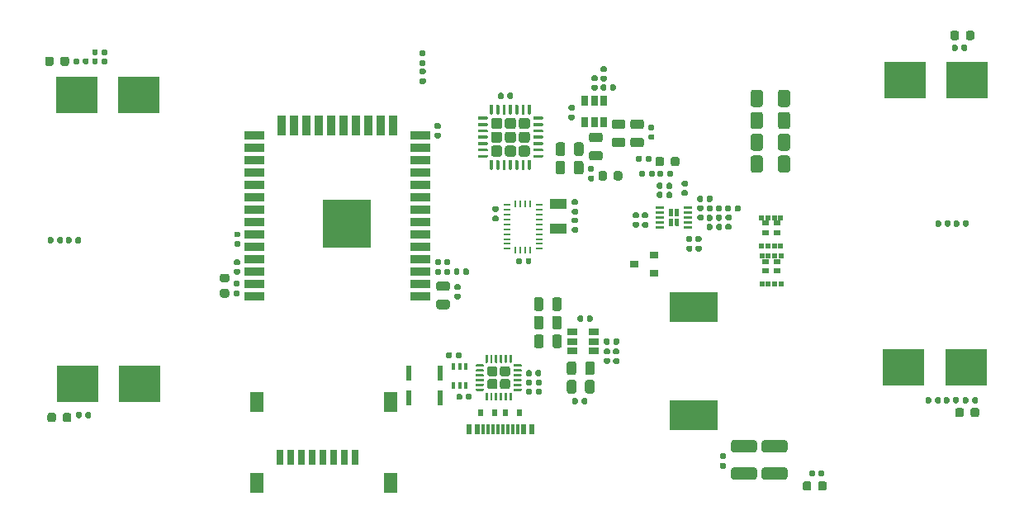
<source format=gbr>
G04 #@! TF.GenerationSoftware,KiCad,Pcbnew,5.1.6-c6e7f7d~86~ubuntu18.04.1*
G04 #@! TF.CreationDate,2020-11-11T20:00:30-05:00*
G04 #@! TF.ProjectId,SmallKat v2,536d616c-6c4b-4617-9420-76322e6b6963,rev?*
G04 #@! TF.SameCoordinates,Original*
G04 #@! TF.FileFunction,Paste,Top*
G04 #@! TF.FilePolarity,Positive*
%FSLAX46Y46*%
G04 Gerber Fmt 4.6, Leading zero omitted, Abs format (unit mm)*
G04 Created by KiCad (PCBNEW 5.1.6-c6e7f7d~86~ubuntu18.04.1) date 2020-11-11 20:00:30*
%MOMM*%
%LPD*%
G01*
G04 APERTURE LIST*
%ADD10R,0.800000X1.500000*%
%ADD11R,1.450000X2.000000*%
%ADD12R,1.060000X0.650000*%
%ADD13R,2.000000X0.900000*%
%ADD14R,0.900000X2.000000*%
%ADD15R,5.000000X5.000000*%
%ADD16R,1.800000X1.000000*%
%ADD17R,0.254000X0.675000*%
%ADD18R,0.675000X0.254000*%
%ADD19R,0.550000X1.500000*%
%ADD20R,0.900000X0.800000*%
%ADD21R,0.400000X0.650000*%
%ADD22R,0.500000X0.630000*%
%ADD23R,0.738000X0.570000*%
%ADD24R,5.000000X3.100000*%
%ADD25R,0.620000X1.000000*%
%ADD26R,0.300000X1.000000*%
%ADD27R,0.650000X1.060000*%
%ADD28R,4.240000X3.810000*%
%ADD29R,0.600000X0.700000*%
G04 APERTURE END LIST*
G36*
G01*
X116605001Y-125125000D02*
X116054999Y-125125000D01*
G75*
G02*
X115805000Y-124875001I0J249999D01*
G01*
X115805000Y-124324999D01*
G75*
G02*
X116054999Y-124075000I249999J0D01*
G01*
X116605001Y-124075000D01*
G75*
G02*
X116855000Y-124324999I0J-249999D01*
G01*
X116855000Y-124875001D01*
G75*
G02*
X116605001Y-125125000I-249999J0D01*
G01*
G37*
G36*
G01*
X115305001Y-125125000D02*
X114754999Y-125125000D01*
G75*
G02*
X114505000Y-124875001I0J249999D01*
G01*
X114505000Y-124324999D01*
G75*
G02*
X114754999Y-124075000I249999J0D01*
G01*
X115305001Y-124075000D01*
G75*
G02*
X115555000Y-124324999I0J-249999D01*
G01*
X115555000Y-124875001D01*
G75*
G02*
X115305001Y-125125000I-249999J0D01*
G01*
G37*
G36*
G01*
X116605001Y-126425000D02*
X116054999Y-126425000D01*
G75*
G02*
X115805000Y-126175001I0J249999D01*
G01*
X115805000Y-125624999D01*
G75*
G02*
X116054999Y-125375000I249999J0D01*
G01*
X116605001Y-125375000D01*
G75*
G02*
X116855000Y-125624999I0J-249999D01*
G01*
X116855000Y-126175001D01*
G75*
G02*
X116605001Y-126425000I-249999J0D01*
G01*
G37*
G36*
G01*
X115305001Y-126425000D02*
X114754999Y-126425000D01*
G75*
G02*
X114505000Y-126175001I0J249999D01*
G01*
X114505000Y-125624999D01*
G75*
G02*
X114754999Y-125375000I249999J0D01*
G01*
X115305001Y-125375000D01*
G75*
G02*
X115555000Y-125624999I0J-249999D01*
G01*
X115555000Y-126175001D01*
G75*
G02*
X115305001Y-126425000I-249999J0D01*
G01*
G37*
G36*
G01*
X114092500Y-126625000D02*
X113392500Y-126625000D01*
G75*
G02*
X113330000Y-126562500I0J62500D01*
G01*
X113330000Y-126437500D01*
G75*
G02*
X113392500Y-126375000I62500J0D01*
G01*
X114092500Y-126375000D01*
G75*
G02*
X114155000Y-126437500I0J-62500D01*
G01*
X114155000Y-126562500D01*
G75*
G02*
X114092500Y-126625000I-62500J0D01*
G01*
G37*
G36*
G01*
X114092500Y-126125000D02*
X113392500Y-126125000D01*
G75*
G02*
X113330000Y-126062500I0J62500D01*
G01*
X113330000Y-125937500D01*
G75*
G02*
X113392500Y-125875000I62500J0D01*
G01*
X114092500Y-125875000D01*
G75*
G02*
X114155000Y-125937500I0J-62500D01*
G01*
X114155000Y-126062500D01*
G75*
G02*
X114092500Y-126125000I-62500J0D01*
G01*
G37*
G36*
G01*
X114092500Y-125625000D02*
X113392500Y-125625000D01*
G75*
G02*
X113330000Y-125562500I0J62500D01*
G01*
X113330000Y-125437500D01*
G75*
G02*
X113392500Y-125375000I62500J0D01*
G01*
X114092500Y-125375000D01*
G75*
G02*
X114155000Y-125437500I0J-62500D01*
G01*
X114155000Y-125562500D01*
G75*
G02*
X114092500Y-125625000I-62500J0D01*
G01*
G37*
G36*
G01*
X114092500Y-125125000D02*
X113392500Y-125125000D01*
G75*
G02*
X113330000Y-125062500I0J62500D01*
G01*
X113330000Y-124937500D01*
G75*
G02*
X113392500Y-124875000I62500J0D01*
G01*
X114092500Y-124875000D01*
G75*
G02*
X114155000Y-124937500I0J-62500D01*
G01*
X114155000Y-125062500D01*
G75*
G02*
X114092500Y-125125000I-62500J0D01*
G01*
G37*
G36*
G01*
X114092500Y-124625000D02*
X113392500Y-124625000D01*
G75*
G02*
X113330000Y-124562500I0J62500D01*
G01*
X113330000Y-124437500D01*
G75*
G02*
X113392500Y-124375000I62500J0D01*
G01*
X114092500Y-124375000D01*
G75*
G02*
X114155000Y-124437500I0J-62500D01*
G01*
X114155000Y-124562500D01*
G75*
G02*
X114092500Y-124625000I-62500J0D01*
G01*
G37*
G36*
G01*
X114092500Y-124125000D02*
X113392500Y-124125000D01*
G75*
G02*
X113330000Y-124062500I0J62500D01*
G01*
X113330000Y-123937500D01*
G75*
G02*
X113392500Y-123875000I62500J0D01*
G01*
X114092500Y-123875000D01*
G75*
G02*
X114155000Y-123937500I0J-62500D01*
G01*
X114155000Y-124062500D01*
G75*
G02*
X114092500Y-124125000I-62500J0D01*
G01*
G37*
G36*
G01*
X114492500Y-123725000D02*
X114367500Y-123725000D01*
G75*
G02*
X114305000Y-123662500I0J62500D01*
G01*
X114305000Y-122962500D01*
G75*
G02*
X114367500Y-122900000I62500J0D01*
G01*
X114492500Y-122900000D01*
G75*
G02*
X114555000Y-122962500I0J-62500D01*
G01*
X114555000Y-123662500D01*
G75*
G02*
X114492500Y-123725000I-62500J0D01*
G01*
G37*
G36*
G01*
X114992500Y-123725000D02*
X114867500Y-123725000D01*
G75*
G02*
X114805000Y-123662500I0J62500D01*
G01*
X114805000Y-122962500D01*
G75*
G02*
X114867500Y-122900000I62500J0D01*
G01*
X114992500Y-122900000D01*
G75*
G02*
X115055000Y-122962500I0J-62500D01*
G01*
X115055000Y-123662500D01*
G75*
G02*
X114992500Y-123725000I-62500J0D01*
G01*
G37*
G36*
G01*
X115492500Y-123725000D02*
X115367500Y-123725000D01*
G75*
G02*
X115305000Y-123662500I0J62500D01*
G01*
X115305000Y-122962500D01*
G75*
G02*
X115367500Y-122900000I62500J0D01*
G01*
X115492500Y-122900000D01*
G75*
G02*
X115555000Y-122962500I0J-62500D01*
G01*
X115555000Y-123662500D01*
G75*
G02*
X115492500Y-123725000I-62500J0D01*
G01*
G37*
G36*
G01*
X115992500Y-123725000D02*
X115867500Y-123725000D01*
G75*
G02*
X115805000Y-123662500I0J62500D01*
G01*
X115805000Y-122962500D01*
G75*
G02*
X115867500Y-122900000I62500J0D01*
G01*
X115992500Y-122900000D01*
G75*
G02*
X116055000Y-122962500I0J-62500D01*
G01*
X116055000Y-123662500D01*
G75*
G02*
X115992500Y-123725000I-62500J0D01*
G01*
G37*
G36*
G01*
X116492500Y-123725000D02*
X116367500Y-123725000D01*
G75*
G02*
X116305000Y-123662500I0J62500D01*
G01*
X116305000Y-122962500D01*
G75*
G02*
X116367500Y-122900000I62500J0D01*
G01*
X116492500Y-122900000D01*
G75*
G02*
X116555000Y-122962500I0J-62500D01*
G01*
X116555000Y-123662500D01*
G75*
G02*
X116492500Y-123725000I-62500J0D01*
G01*
G37*
G36*
G01*
X116992500Y-123725000D02*
X116867500Y-123725000D01*
G75*
G02*
X116805000Y-123662500I0J62500D01*
G01*
X116805000Y-122962500D01*
G75*
G02*
X116867500Y-122900000I62500J0D01*
G01*
X116992500Y-122900000D01*
G75*
G02*
X117055000Y-122962500I0J-62500D01*
G01*
X117055000Y-123662500D01*
G75*
G02*
X116992500Y-123725000I-62500J0D01*
G01*
G37*
G36*
G01*
X117967500Y-124125000D02*
X117267500Y-124125000D01*
G75*
G02*
X117205000Y-124062500I0J62500D01*
G01*
X117205000Y-123937500D01*
G75*
G02*
X117267500Y-123875000I62500J0D01*
G01*
X117967500Y-123875000D01*
G75*
G02*
X118030000Y-123937500I0J-62500D01*
G01*
X118030000Y-124062500D01*
G75*
G02*
X117967500Y-124125000I-62500J0D01*
G01*
G37*
G36*
G01*
X117967500Y-124625000D02*
X117267500Y-124625000D01*
G75*
G02*
X117205000Y-124562500I0J62500D01*
G01*
X117205000Y-124437500D01*
G75*
G02*
X117267500Y-124375000I62500J0D01*
G01*
X117967500Y-124375000D01*
G75*
G02*
X118030000Y-124437500I0J-62500D01*
G01*
X118030000Y-124562500D01*
G75*
G02*
X117967500Y-124625000I-62500J0D01*
G01*
G37*
G36*
G01*
X117967500Y-125125000D02*
X117267500Y-125125000D01*
G75*
G02*
X117205000Y-125062500I0J62500D01*
G01*
X117205000Y-124937500D01*
G75*
G02*
X117267500Y-124875000I62500J0D01*
G01*
X117967500Y-124875000D01*
G75*
G02*
X118030000Y-124937500I0J-62500D01*
G01*
X118030000Y-125062500D01*
G75*
G02*
X117967500Y-125125000I-62500J0D01*
G01*
G37*
G36*
G01*
X117967500Y-125625000D02*
X117267500Y-125625000D01*
G75*
G02*
X117205000Y-125562500I0J62500D01*
G01*
X117205000Y-125437500D01*
G75*
G02*
X117267500Y-125375000I62500J0D01*
G01*
X117967500Y-125375000D01*
G75*
G02*
X118030000Y-125437500I0J-62500D01*
G01*
X118030000Y-125562500D01*
G75*
G02*
X117967500Y-125625000I-62500J0D01*
G01*
G37*
G36*
G01*
X117967500Y-126125000D02*
X117267500Y-126125000D01*
G75*
G02*
X117205000Y-126062500I0J62500D01*
G01*
X117205000Y-125937500D01*
G75*
G02*
X117267500Y-125875000I62500J0D01*
G01*
X117967500Y-125875000D01*
G75*
G02*
X118030000Y-125937500I0J-62500D01*
G01*
X118030000Y-126062500D01*
G75*
G02*
X117967500Y-126125000I-62500J0D01*
G01*
G37*
G36*
G01*
X117967500Y-126625000D02*
X117267500Y-126625000D01*
G75*
G02*
X117205000Y-126562500I0J62500D01*
G01*
X117205000Y-126437500D01*
G75*
G02*
X117267500Y-126375000I62500J0D01*
G01*
X117967500Y-126375000D01*
G75*
G02*
X118030000Y-126437500I0J-62500D01*
G01*
X118030000Y-126562500D01*
G75*
G02*
X117967500Y-126625000I-62500J0D01*
G01*
G37*
G36*
G01*
X116992500Y-127600000D02*
X116867500Y-127600000D01*
G75*
G02*
X116805000Y-127537500I0J62500D01*
G01*
X116805000Y-126837500D01*
G75*
G02*
X116867500Y-126775000I62500J0D01*
G01*
X116992500Y-126775000D01*
G75*
G02*
X117055000Y-126837500I0J-62500D01*
G01*
X117055000Y-127537500D01*
G75*
G02*
X116992500Y-127600000I-62500J0D01*
G01*
G37*
G36*
G01*
X116492500Y-127600000D02*
X116367500Y-127600000D01*
G75*
G02*
X116305000Y-127537500I0J62500D01*
G01*
X116305000Y-126837500D01*
G75*
G02*
X116367500Y-126775000I62500J0D01*
G01*
X116492500Y-126775000D01*
G75*
G02*
X116555000Y-126837500I0J-62500D01*
G01*
X116555000Y-127537500D01*
G75*
G02*
X116492500Y-127600000I-62500J0D01*
G01*
G37*
G36*
G01*
X115992500Y-127600000D02*
X115867500Y-127600000D01*
G75*
G02*
X115805000Y-127537500I0J62500D01*
G01*
X115805000Y-126837500D01*
G75*
G02*
X115867500Y-126775000I62500J0D01*
G01*
X115992500Y-126775000D01*
G75*
G02*
X116055000Y-126837500I0J-62500D01*
G01*
X116055000Y-127537500D01*
G75*
G02*
X115992500Y-127600000I-62500J0D01*
G01*
G37*
G36*
G01*
X115492500Y-127600000D02*
X115367500Y-127600000D01*
G75*
G02*
X115305000Y-127537500I0J62500D01*
G01*
X115305000Y-126837500D01*
G75*
G02*
X115367500Y-126775000I62500J0D01*
G01*
X115492500Y-126775000D01*
G75*
G02*
X115555000Y-126837500I0J-62500D01*
G01*
X115555000Y-127537500D01*
G75*
G02*
X115492500Y-127600000I-62500J0D01*
G01*
G37*
G36*
G01*
X114992500Y-127600000D02*
X114867500Y-127600000D01*
G75*
G02*
X114805000Y-127537500I0J62500D01*
G01*
X114805000Y-126837500D01*
G75*
G02*
X114867500Y-126775000I62500J0D01*
G01*
X114992500Y-126775000D01*
G75*
G02*
X115055000Y-126837500I0J-62500D01*
G01*
X115055000Y-127537500D01*
G75*
G02*
X114992500Y-127600000I-62500J0D01*
G01*
G37*
G36*
G01*
X114492500Y-127600000D02*
X114367500Y-127600000D01*
G75*
G02*
X114305000Y-127537500I0J62500D01*
G01*
X114305000Y-126837500D01*
G75*
G02*
X114367500Y-126775000I62500J0D01*
G01*
X114492500Y-126775000D01*
G75*
G02*
X114555000Y-126837500I0J-62500D01*
G01*
X114555000Y-127537500D01*
G75*
G02*
X114492500Y-127600000I-62500J0D01*
G01*
G37*
G36*
G01*
X117737720Y-102326741D02*
X117737720Y-101686739D01*
G75*
G02*
X117987719Y-101436740I249999J0D01*
G01*
X118627721Y-101436740D01*
G75*
G02*
X118877720Y-101686739I0J-249999D01*
G01*
X118877720Y-102326741D01*
G75*
G02*
X118627721Y-102576740I-249999J0D01*
G01*
X117987719Y-102576740D01*
G75*
G02*
X117737720Y-102326741I0J249999D01*
G01*
G37*
G36*
G01*
X117737720Y-100906741D02*
X117737720Y-100266739D01*
G75*
G02*
X117987719Y-100016740I249999J0D01*
G01*
X118627721Y-100016740D01*
G75*
G02*
X118877720Y-100266739I0J-249999D01*
G01*
X118877720Y-100906741D01*
G75*
G02*
X118627721Y-101156740I-249999J0D01*
G01*
X117987719Y-101156740D01*
G75*
G02*
X117737720Y-100906741I0J249999D01*
G01*
G37*
G36*
G01*
X117737720Y-99486741D02*
X117737720Y-98846739D01*
G75*
G02*
X117987719Y-98596740I249999J0D01*
G01*
X118627721Y-98596740D01*
G75*
G02*
X118877720Y-98846739I0J-249999D01*
G01*
X118877720Y-99486741D01*
G75*
G02*
X118627721Y-99736740I-249999J0D01*
G01*
X117987719Y-99736740D01*
G75*
G02*
X117737720Y-99486741I0J249999D01*
G01*
G37*
G36*
G01*
X116317720Y-102326741D02*
X116317720Y-101686739D01*
G75*
G02*
X116567719Y-101436740I249999J0D01*
G01*
X117207721Y-101436740D01*
G75*
G02*
X117457720Y-101686739I0J-249999D01*
G01*
X117457720Y-102326741D01*
G75*
G02*
X117207721Y-102576740I-249999J0D01*
G01*
X116567719Y-102576740D01*
G75*
G02*
X116317720Y-102326741I0J249999D01*
G01*
G37*
G36*
G01*
X116317720Y-100906741D02*
X116317720Y-100266739D01*
G75*
G02*
X116567719Y-100016740I249999J0D01*
G01*
X117207721Y-100016740D01*
G75*
G02*
X117457720Y-100266739I0J-249999D01*
G01*
X117457720Y-100906741D01*
G75*
G02*
X117207721Y-101156740I-249999J0D01*
G01*
X116567719Y-101156740D01*
G75*
G02*
X116317720Y-100906741I0J249999D01*
G01*
G37*
G36*
G01*
X116317720Y-99486741D02*
X116317720Y-98846739D01*
G75*
G02*
X116567719Y-98596740I249999J0D01*
G01*
X117207721Y-98596740D01*
G75*
G02*
X117457720Y-98846739I0J-249999D01*
G01*
X117457720Y-99486741D01*
G75*
G02*
X117207721Y-99736740I-249999J0D01*
G01*
X116567719Y-99736740D01*
G75*
G02*
X116317720Y-99486741I0J249999D01*
G01*
G37*
G36*
G01*
X114897720Y-102326741D02*
X114897720Y-101686739D01*
G75*
G02*
X115147719Y-101436740I249999J0D01*
G01*
X115787721Y-101436740D01*
G75*
G02*
X116037720Y-101686739I0J-249999D01*
G01*
X116037720Y-102326741D01*
G75*
G02*
X115787721Y-102576740I-249999J0D01*
G01*
X115147719Y-102576740D01*
G75*
G02*
X114897720Y-102326741I0J249999D01*
G01*
G37*
G36*
G01*
X114897720Y-100906741D02*
X114897720Y-100266739D01*
G75*
G02*
X115147719Y-100016740I249999J0D01*
G01*
X115787721Y-100016740D01*
G75*
G02*
X116037720Y-100266739I0J-249999D01*
G01*
X116037720Y-100906741D01*
G75*
G02*
X115787721Y-101156740I-249999J0D01*
G01*
X115147719Y-101156740D01*
G75*
G02*
X114897720Y-100906741I0J249999D01*
G01*
G37*
G36*
G01*
X114897720Y-99486741D02*
X114897720Y-98846739D01*
G75*
G02*
X115147719Y-98596740I249999J0D01*
G01*
X115787721Y-98596740D01*
G75*
G02*
X116037720Y-98846739I0J-249999D01*
G01*
X116037720Y-99486741D01*
G75*
G02*
X115787721Y-99736740I-249999J0D01*
G01*
X115147719Y-99736740D01*
G75*
G02*
X114897720Y-99486741I0J249999D01*
G01*
G37*
G36*
G01*
X114787720Y-98186740D02*
X114787720Y-97311740D01*
G75*
G02*
X114862720Y-97236740I75000J0D01*
G01*
X115012720Y-97236740D01*
G75*
G02*
X115087720Y-97311740I0J-75000D01*
G01*
X115087720Y-98186740D01*
G75*
G02*
X115012720Y-98261740I-75000J0D01*
G01*
X114862720Y-98261740D01*
G75*
G02*
X114787720Y-98186740I0J75000D01*
G01*
G37*
G36*
G01*
X115437720Y-98186740D02*
X115437720Y-97311740D01*
G75*
G02*
X115512720Y-97236740I75000J0D01*
G01*
X115662720Y-97236740D01*
G75*
G02*
X115737720Y-97311740I0J-75000D01*
G01*
X115737720Y-98186740D01*
G75*
G02*
X115662720Y-98261740I-75000J0D01*
G01*
X115512720Y-98261740D01*
G75*
G02*
X115437720Y-98186740I0J75000D01*
G01*
G37*
G36*
G01*
X116087720Y-98186740D02*
X116087720Y-97311740D01*
G75*
G02*
X116162720Y-97236740I75000J0D01*
G01*
X116312720Y-97236740D01*
G75*
G02*
X116387720Y-97311740I0J-75000D01*
G01*
X116387720Y-98186740D01*
G75*
G02*
X116312720Y-98261740I-75000J0D01*
G01*
X116162720Y-98261740D01*
G75*
G02*
X116087720Y-98186740I0J75000D01*
G01*
G37*
G36*
G01*
X116737720Y-98186740D02*
X116737720Y-97311740D01*
G75*
G02*
X116812720Y-97236740I75000J0D01*
G01*
X116962720Y-97236740D01*
G75*
G02*
X117037720Y-97311740I0J-75000D01*
G01*
X117037720Y-98186740D01*
G75*
G02*
X116962720Y-98261740I-75000J0D01*
G01*
X116812720Y-98261740D01*
G75*
G02*
X116737720Y-98186740I0J75000D01*
G01*
G37*
G36*
G01*
X117387720Y-98186740D02*
X117387720Y-97311740D01*
G75*
G02*
X117462720Y-97236740I75000J0D01*
G01*
X117612720Y-97236740D01*
G75*
G02*
X117687720Y-97311740I0J-75000D01*
G01*
X117687720Y-98186740D01*
G75*
G02*
X117612720Y-98261740I-75000J0D01*
G01*
X117462720Y-98261740D01*
G75*
G02*
X117387720Y-98186740I0J75000D01*
G01*
G37*
G36*
G01*
X118037720Y-98186740D02*
X118037720Y-97311740D01*
G75*
G02*
X118112720Y-97236740I75000J0D01*
G01*
X118262720Y-97236740D01*
G75*
G02*
X118337720Y-97311740I0J-75000D01*
G01*
X118337720Y-98186740D01*
G75*
G02*
X118262720Y-98261740I-75000J0D01*
G01*
X118112720Y-98261740D01*
G75*
G02*
X118037720Y-98186740I0J75000D01*
G01*
G37*
G36*
G01*
X118687720Y-98186740D02*
X118687720Y-97311740D01*
G75*
G02*
X118762720Y-97236740I75000J0D01*
G01*
X118912720Y-97236740D01*
G75*
G02*
X118987720Y-97311740I0J-75000D01*
G01*
X118987720Y-98186740D01*
G75*
G02*
X118912720Y-98261740I-75000J0D01*
G01*
X118762720Y-98261740D01*
G75*
G02*
X118687720Y-98186740I0J75000D01*
G01*
G37*
G36*
G01*
X119212720Y-98711740D02*
X119212720Y-98561740D01*
G75*
G02*
X119287720Y-98486740I75000J0D01*
G01*
X120162720Y-98486740D01*
G75*
G02*
X120237720Y-98561740I0J-75000D01*
G01*
X120237720Y-98711740D01*
G75*
G02*
X120162720Y-98786740I-75000J0D01*
G01*
X119287720Y-98786740D01*
G75*
G02*
X119212720Y-98711740I0J75000D01*
G01*
G37*
G36*
G01*
X119212720Y-99361740D02*
X119212720Y-99211740D01*
G75*
G02*
X119287720Y-99136740I75000J0D01*
G01*
X120162720Y-99136740D01*
G75*
G02*
X120237720Y-99211740I0J-75000D01*
G01*
X120237720Y-99361740D01*
G75*
G02*
X120162720Y-99436740I-75000J0D01*
G01*
X119287720Y-99436740D01*
G75*
G02*
X119212720Y-99361740I0J75000D01*
G01*
G37*
G36*
G01*
X119212720Y-100011740D02*
X119212720Y-99861740D01*
G75*
G02*
X119287720Y-99786740I75000J0D01*
G01*
X120162720Y-99786740D01*
G75*
G02*
X120237720Y-99861740I0J-75000D01*
G01*
X120237720Y-100011740D01*
G75*
G02*
X120162720Y-100086740I-75000J0D01*
G01*
X119287720Y-100086740D01*
G75*
G02*
X119212720Y-100011740I0J75000D01*
G01*
G37*
G36*
G01*
X119212720Y-100661740D02*
X119212720Y-100511740D01*
G75*
G02*
X119287720Y-100436740I75000J0D01*
G01*
X120162720Y-100436740D01*
G75*
G02*
X120237720Y-100511740I0J-75000D01*
G01*
X120237720Y-100661740D01*
G75*
G02*
X120162720Y-100736740I-75000J0D01*
G01*
X119287720Y-100736740D01*
G75*
G02*
X119212720Y-100661740I0J75000D01*
G01*
G37*
G36*
G01*
X119212720Y-101311740D02*
X119212720Y-101161740D01*
G75*
G02*
X119287720Y-101086740I75000J0D01*
G01*
X120162720Y-101086740D01*
G75*
G02*
X120237720Y-101161740I0J-75000D01*
G01*
X120237720Y-101311740D01*
G75*
G02*
X120162720Y-101386740I-75000J0D01*
G01*
X119287720Y-101386740D01*
G75*
G02*
X119212720Y-101311740I0J75000D01*
G01*
G37*
G36*
G01*
X119212720Y-101961740D02*
X119212720Y-101811740D01*
G75*
G02*
X119287720Y-101736740I75000J0D01*
G01*
X120162720Y-101736740D01*
G75*
G02*
X120237720Y-101811740I0J-75000D01*
G01*
X120237720Y-101961740D01*
G75*
G02*
X120162720Y-102036740I-75000J0D01*
G01*
X119287720Y-102036740D01*
G75*
G02*
X119212720Y-101961740I0J75000D01*
G01*
G37*
G36*
G01*
X119212720Y-102611740D02*
X119212720Y-102461740D01*
G75*
G02*
X119287720Y-102386740I75000J0D01*
G01*
X120162720Y-102386740D01*
G75*
G02*
X120237720Y-102461740I0J-75000D01*
G01*
X120237720Y-102611740D01*
G75*
G02*
X120162720Y-102686740I-75000J0D01*
G01*
X119287720Y-102686740D01*
G75*
G02*
X119212720Y-102611740I0J75000D01*
G01*
G37*
G36*
G01*
X118687720Y-103861740D02*
X118687720Y-102986740D01*
G75*
G02*
X118762720Y-102911740I75000J0D01*
G01*
X118912720Y-102911740D01*
G75*
G02*
X118987720Y-102986740I0J-75000D01*
G01*
X118987720Y-103861740D01*
G75*
G02*
X118912720Y-103936740I-75000J0D01*
G01*
X118762720Y-103936740D01*
G75*
G02*
X118687720Y-103861740I0J75000D01*
G01*
G37*
G36*
G01*
X118037720Y-103861740D02*
X118037720Y-102986740D01*
G75*
G02*
X118112720Y-102911740I75000J0D01*
G01*
X118262720Y-102911740D01*
G75*
G02*
X118337720Y-102986740I0J-75000D01*
G01*
X118337720Y-103861740D01*
G75*
G02*
X118262720Y-103936740I-75000J0D01*
G01*
X118112720Y-103936740D01*
G75*
G02*
X118037720Y-103861740I0J75000D01*
G01*
G37*
G36*
G01*
X117387720Y-103861740D02*
X117387720Y-102986740D01*
G75*
G02*
X117462720Y-102911740I75000J0D01*
G01*
X117612720Y-102911740D01*
G75*
G02*
X117687720Y-102986740I0J-75000D01*
G01*
X117687720Y-103861740D01*
G75*
G02*
X117612720Y-103936740I-75000J0D01*
G01*
X117462720Y-103936740D01*
G75*
G02*
X117387720Y-103861740I0J75000D01*
G01*
G37*
G36*
G01*
X116737720Y-103861740D02*
X116737720Y-102986740D01*
G75*
G02*
X116812720Y-102911740I75000J0D01*
G01*
X116962720Y-102911740D01*
G75*
G02*
X117037720Y-102986740I0J-75000D01*
G01*
X117037720Y-103861740D01*
G75*
G02*
X116962720Y-103936740I-75000J0D01*
G01*
X116812720Y-103936740D01*
G75*
G02*
X116737720Y-103861740I0J75000D01*
G01*
G37*
G36*
G01*
X116087720Y-103861740D02*
X116087720Y-102986740D01*
G75*
G02*
X116162720Y-102911740I75000J0D01*
G01*
X116312720Y-102911740D01*
G75*
G02*
X116387720Y-102986740I0J-75000D01*
G01*
X116387720Y-103861740D01*
G75*
G02*
X116312720Y-103936740I-75000J0D01*
G01*
X116162720Y-103936740D01*
G75*
G02*
X116087720Y-103861740I0J75000D01*
G01*
G37*
G36*
G01*
X115437720Y-103861740D02*
X115437720Y-102986740D01*
G75*
G02*
X115512720Y-102911740I75000J0D01*
G01*
X115662720Y-102911740D01*
G75*
G02*
X115737720Y-102986740I0J-75000D01*
G01*
X115737720Y-103861740D01*
G75*
G02*
X115662720Y-103936740I-75000J0D01*
G01*
X115512720Y-103936740D01*
G75*
G02*
X115437720Y-103861740I0J75000D01*
G01*
G37*
G36*
G01*
X114787720Y-103861740D02*
X114787720Y-102986740D01*
G75*
G02*
X114862720Y-102911740I75000J0D01*
G01*
X115012720Y-102911740D01*
G75*
G02*
X115087720Y-102986740I0J-75000D01*
G01*
X115087720Y-103861740D01*
G75*
G02*
X115012720Y-103936740I-75000J0D01*
G01*
X114862720Y-103936740D01*
G75*
G02*
X114787720Y-103861740I0J75000D01*
G01*
G37*
G36*
G01*
X113537720Y-102611740D02*
X113537720Y-102461740D01*
G75*
G02*
X113612720Y-102386740I75000J0D01*
G01*
X114487720Y-102386740D01*
G75*
G02*
X114562720Y-102461740I0J-75000D01*
G01*
X114562720Y-102611740D01*
G75*
G02*
X114487720Y-102686740I-75000J0D01*
G01*
X113612720Y-102686740D01*
G75*
G02*
X113537720Y-102611740I0J75000D01*
G01*
G37*
G36*
G01*
X113537720Y-101961740D02*
X113537720Y-101811740D01*
G75*
G02*
X113612720Y-101736740I75000J0D01*
G01*
X114487720Y-101736740D01*
G75*
G02*
X114562720Y-101811740I0J-75000D01*
G01*
X114562720Y-101961740D01*
G75*
G02*
X114487720Y-102036740I-75000J0D01*
G01*
X113612720Y-102036740D01*
G75*
G02*
X113537720Y-101961740I0J75000D01*
G01*
G37*
G36*
G01*
X113537720Y-101311740D02*
X113537720Y-101161740D01*
G75*
G02*
X113612720Y-101086740I75000J0D01*
G01*
X114487720Y-101086740D01*
G75*
G02*
X114562720Y-101161740I0J-75000D01*
G01*
X114562720Y-101311740D01*
G75*
G02*
X114487720Y-101386740I-75000J0D01*
G01*
X113612720Y-101386740D01*
G75*
G02*
X113537720Y-101311740I0J75000D01*
G01*
G37*
G36*
G01*
X113537720Y-100661740D02*
X113537720Y-100511740D01*
G75*
G02*
X113612720Y-100436740I75000J0D01*
G01*
X114487720Y-100436740D01*
G75*
G02*
X114562720Y-100511740I0J-75000D01*
G01*
X114562720Y-100661740D01*
G75*
G02*
X114487720Y-100736740I-75000J0D01*
G01*
X113612720Y-100736740D01*
G75*
G02*
X113537720Y-100661740I0J75000D01*
G01*
G37*
G36*
G01*
X113537720Y-100011740D02*
X113537720Y-99861740D01*
G75*
G02*
X113612720Y-99786740I75000J0D01*
G01*
X114487720Y-99786740D01*
G75*
G02*
X114562720Y-99861740I0J-75000D01*
G01*
X114562720Y-100011740D01*
G75*
G02*
X114487720Y-100086740I-75000J0D01*
G01*
X113612720Y-100086740D01*
G75*
G02*
X113537720Y-100011740I0J75000D01*
G01*
G37*
G36*
G01*
X113537720Y-99361740D02*
X113537720Y-99211740D01*
G75*
G02*
X113612720Y-99136740I75000J0D01*
G01*
X114487720Y-99136740D01*
G75*
G02*
X114562720Y-99211740I0J-75000D01*
G01*
X114562720Y-99361740D01*
G75*
G02*
X114487720Y-99436740I-75000J0D01*
G01*
X113612720Y-99436740D01*
G75*
G02*
X113537720Y-99361740I0J75000D01*
G01*
G37*
G36*
G01*
X113537720Y-98711740D02*
X113537720Y-98561740D01*
G75*
G02*
X113612720Y-98486740I75000J0D01*
G01*
X114487720Y-98486740D01*
G75*
G02*
X114562720Y-98561740I0J-75000D01*
G01*
X114562720Y-98711740D01*
G75*
G02*
X114487720Y-98786740I-75000J0D01*
G01*
X113612720Y-98786740D01*
G75*
G02*
X113537720Y-98711740I0J75000D01*
G01*
G37*
G36*
G01*
X162005000Y-109267500D02*
X162005000Y-109612500D01*
G75*
G02*
X161857500Y-109760000I-147500J0D01*
G01*
X161562500Y-109760000D01*
G75*
G02*
X161415000Y-109612500I0J147500D01*
G01*
X161415000Y-109267500D01*
G75*
G02*
X161562500Y-109120000I147500J0D01*
G01*
X161857500Y-109120000D01*
G75*
G02*
X162005000Y-109267500I0J-147500D01*
G01*
G37*
G36*
G01*
X161035000Y-109267500D02*
X161035000Y-109612500D01*
G75*
G02*
X160887500Y-109760000I-147500J0D01*
G01*
X160592500Y-109760000D01*
G75*
G02*
X160445000Y-109612500I0J147500D01*
G01*
X160445000Y-109267500D01*
G75*
G02*
X160592500Y-109120000I147500J0D01*
G01*
X160887500Y-109120000D01*
G75*
G02*
X161035000Y-109267500I0J-147500D01*
G01*
G37*
G36*
G01*
X163870000Y-109267500D02*
X163870000Y-109612500D01*
G75*
G02*
X163722500Y-109760000I-147500J0D01*
G01*
X163427500Y-109760000D01*
G75*
G02*
X163280000Y-109612500I0J147500D01*
G01*
X163280000Y-109267500D01*
G75*
G02*
X163427500Y-109120000I147500J0D01*
G01*
X163722500Y-109120000D01*
G75*
G02*
X163870000Y-109267500I0J-147500D01*
G01*
G37*
G36*
G01*
X162900000Y-109267500D02*
X162900000Y-109612500D01*
G75*
G02*
X162752500Y-109760000I-147500J0D01*
G01*
X162457500Y-109760000D01*
G75*
G02*
X162310000Y-109612500I0J147500D01*
G01*
X162310000Y-109267500D01*
G75*
G02*
X162457500Y-109120000I147500J0D01*
G01*
X162752500Y-109120000D01*
G75*
G02*
X162900000Y-109267500I0J-147500D01*
G01*
G37*
G36*
G01*
X160995000Y-127397500D02*
X160995000Y-127742500D01*
G75*
G02*
X160847500Y-127890000I-147500J0D01*
G01*
X160552500Y-127890000D01*
G75*
G02*
X160405000Y-127742500I0J147500D01*
G01*
X160405000Y-127397500D01*
G75*
G02*
X160552500Y-127250000I147500J0D01*
G01*
X160847500Y-127250000D01*
G75*
G02*
X160995000Y-127397500I0J-147500D01*
G01*
G37*
G36*
G01*
X160025000Y-127397500D02*
X160025000Y-127742500D01*
G75*
G02*
X159877500Y-127890000I-147500J0D01*
G01*
X159582500Y-127890000D01*
G75*
G02*
X159435000Y-127742500I0J147500D01*
G01*
X159435000Y-127397500D01*
G75*
G02*
X159582500Y-127250000I147500J0D01*
G01*
X159877500Y-127250000D01*
G75*
G02*
X160025000Y-127397500I0J-147500D01*
G01*
G37*
G36*
G01*
X162850000Y-127397500D02*
X162850000Y-127742500D01*
G75*
G02*
X162702500Y-127890000I-147500J0D01*
G01*
X162407500Y-127890000D01*
G75*
G02*
X162260000Y-127742500I0J147500D01*
G01*
X162260000Y-127397500D01*
G75*
G02*
X162407500Y-127250000I147500J0D01*
G01*
X162702500Y-127250000D01*
G75*
G02*
X162850000Y-127397500I0J-147500D01*
G01*
G37*
G36*
G01*
X161880000Y-127397500D02*
X161880000Y-127742500D01*
G75*
G02*
X161732500Y-127890000I-147500J0D01*
G01*
X161437500Y-127890000D01*
G75*
G02*
X161290000Y-127742500I0J147500D01*
G01*
X161290000Y-127397500D01*
G75*
G02*
X161437500Y-127250000I147500J0D01*
G01*
X161732500Y-127250000D01*
G75*
G02*
X161880000Y-127397500I0J-147500D01*
G01*
G37*
G36*
G01*
X70025000Y-110977500D02*
X70025000Y-111322500D01*
G75*
G02*
X69877500Y-111470000I-147500J0D01*
G01*
X69582500Y-111470000D01*
G75*
G02*
X69435000Y-111322500I0J147500D01*
G01*
X69435000Y-110977500D01*
G75*
G02*
X69582500Y-110830000I147500J0D01*
G01*
X69877500Y-110830000D01*
G75*
G02*
X70025000Y-110977500I0J-147500D01*
G01*
G37*
G36*
G01*
X70995000Y-110977500D02*
X70995000Y-111322500D01*
G75*
G02*
X70847500Y-111470000I-147500J0D01*
G01*
X70552500Y-111470000D01*
G75*
G02*
X70405000Y-111322500I0J147500D01*
G01*
X70405000Y-110977500D01*
G75*
G02*
X70552500Y-110830000I147500J0D01*
G01*
X70847500Y-110830000D01*
G75*
G02*
X70995000Y-110977500I0J-147500D01*
G01*
G37*
G36*
G01*
X71884000Y-110977500D02*
X71884000Y-111322500D01*
G75*
G02*
X71736500Y-111470000I-147500J0D01*
G01*
X71441500Y-111470000D01*
G75*
G02*
X71294000Y-111322500I0J147500D01*
G01*
X71294000Y-110977500D01*
G75*
G02*
X71441500Y-110830000I147500J0D01*
G01*
X71736500Y-110830000D01*
G75*
G02*
X71884000Y-110977500I0J-147500D01*
G01*
G37*
G36*
G01*
X72854000Y-110977500D02*
X72854000Y-111322500D01*
G75*
G02*
X72706500Y-111470000I-147500J0D01*
G01*
X72411500Y-111470000D01*
G75*
G02*
X72264000Y-111322500I0J147500D01*
G01*
X72264000Y-110977500D01*
G75*
G02*
X72411500Y-110830000I147500J0D01*
G01*
X72706500Y-110830000D01*
G75*
G02*
X72854000Y-110977500I0J-147500D01*
G01*
G37*
G36*
G01*
X74585000Y-91707500D02*
X74585000Y-92052500D01*
G75*
G02*
X74437500Y-92200000I-147500J0D01*
G01*
X74142500Y-92200000D01*
G75*
G02*
X73995000Y-92052500I0J147500D01*
G01*
X73995000Y-91707500D01*
G75*
G02*
X74142500Y-91560000I147500J0D01*
G01*
X74437500Y-91560000D01*
G75*
G02*
X74585000Y-91707500I0J-147500D01*
G01*
G37*
G36*
G01*
X75555000Y-91707500D02*
X75555000Y-92052500D01*
G75*
G02*
X75407500Y-92200000I-147500J0D01*
G01*
X75112500Y-92200000D01*
G75*
G02*
X74965000Y-92052500I0J147500D01*
G01*
X74965000Y-91707500D01*
G75*
G02*
X75112500Y-91560000I147500J0D01*
G01*
X75407500Y-91560000D01*
G75*
G02*
X75555000Y-91707500I0J-147500D01*
G01*
G37*
G36*
G01*
X74965000Y-92982500D02*
X74965000Y-92637500D01*
G75*
G02*
X75112500Y-92490000I147500J0D01*
G01*
X75407500Y-92490000D01*
G75*
G02*
X75555000Y-92637500I0J-147500D01*
G01*
X75555000Y-92982500D01*
G75*
G02*
X75407500Y-93130000I-147500J0D01*
G01*
X75112500Y-93130000D01*
G75*
G02*
X74965000Y-92982500I0J147500D01*
G01*
G37*
G36*
G01*
X73995000Y-92982500D02*
X73995000Y-92637500D01*
G75*
G02*
X74142500Y-92490000I147500J0D01*
G01*
X74437500Y-92490000D01*
G75*
G02*
X74585000Y-92637500I0J-147500D01*
G01*
X74585000Y-92982500D01*
G75*
G02*
X74437500Y-93130000I-147500J0D01*
G01*
X74142500Y-93130000D01*
G75*
G02*
X73995000Y-92982500I0J147500D01*
G01*
G37*
G36*
G01*
X127060000Y-121367500D02*
X127060000Y-121712500D01*
G75*
G02*
X126912500Y-121860000I-147500J0D01*
G01*
X126617500Y-121860000D01*
G75*
G02*
X126470000Y-121712500I0J147500D01*
G01*
X126470000Y-121367500D01*
G75*
G02*
X126617500Y-121220000I147500J0D01*
G01*
X126912500Y-121220000D01*
G75*
G02*
X127060000Y-121367500I0J-147500D01*
G01*
G37*
G36*
G01*
X128030000Y-121367500D02*
X128030000Y-121712500D01*
G75*
G02*
X127882500Y-121860000I-147500J0D01*
G01*
X127587500Y-121860000D01*
G75*
G02*
X127440000Y-121712500I0J147500D01*
G01*
X127440000Y-121367500D01*
G75*
G02*
X127587500Y-121220000I147500J0D01*
G01*
X127882500Y-121220000D01*
G75*
G02*
X128030000Y-121367500I0J-147500D01*
G01*
G37*
G36*
G01*
X127902500Y-122865000D02*
X127557500Y-122865000D01*
G75*
G02*
X127410000Y-122717500I0J147500D01*
G01*
X127410000Y-122422500D01*
G75*
G02*
X127557500Y-122275000I147500J0D01*
G01*
X127902500Y-122275000D01*
G75*
G02*
X128050000Y-122422500I0J-147500D01*
G01*
X128050000Y-122717500D01*
G75*
G02*
X127902500Y-122865000I-147500J0D01*
G01*
G37*
G36*
G01*
X127902500Y-123835000D02*
X127557500Y-123835000D01*
G75*
G02*
X127410000Y-123687500I0J147500D01*
G01*
X127410000Y-123392500D01*
G75*
G02*
X127557500Y-123245000I147500J0D01*
G01*
X127902500Y-123245000D01*
G75*
G02*
X128050000Y-123392500I0J-147500D01*
G01*
X128050000Y-123687500D01*
G75*
G02*
X127902500Y-123835000I-147500J0D01*
G01*
G37*
G36*
G01*
X126962500Y-122865000D02*
X126617500Y-122865000D01*
G75*
G02*
X126470000Y-122717500I0J147500D01*
G01*
X126470000Y-122422500D01*
G75*
G02*
X126617500Y-122275000I147500J0D01*
G01*
X126962500Y-122275000D01*
G75*
G02*
X127110000Y-122422500I0J-147500D01*
G01*
X127110000Y-122717500D01*
G75*
G02*
X126962500Y-122865000I-147500J0D01*
G01*
G37*
G36*
G01*
X126962500Y-123835000D02*
X126617500Y-123835000D01*
G75*
G02*
X126470000Y-123687500I0J147500D01*
G01*
X126470000Y-123392500D01*
G75*
G02*
X126617500Y-123245000I147500J0D01*
G01*
X126962500Y-123245000D01*
G75*
G02*
X127110000Y-123392500I0J-147500D01*
G01*
X127110000Y-123687500D01*
G75*
G02*
X126962500Y-123835000I-147500J0D01*
G01*
G37*
G36*
G01*
X107707500Y-94530000D02*
X108052500Y-94530000D01*
G75*
G02*
X108200000Y-94677500I0J-147500D01*
G01*
X108200000Y-94972500D01*
G75*
G02*
X108052500Y-95120000I-147500J0D01*
G01*
X107707500Y-95120000D01*
G75*
G02*
X107560000Y-94972500I0J147500D01*
G01*
X107560000Y-94677500D01*
G75*
G02*
X107707500Y-94530000I147500J0D01*
G01*
G37*
G36*
G01*
X107707500Y-93560000D02*
X108052500Y-93560000D01*
G75*
G02*
X108200000Y-93707500I0J-147500D01*
G01*
X108200000Y-94002500D01*
G75*
G02*
X108052500Y-94150000I-147500J0D01*
G01*
X107707500Y-94150000D01*
G75*
G02*
X107560000Y-94002500I0J147500D01*
G01*
X107560000Y-93707500D01*
G75*
G02*
X107707500Y-93560000I147500J0D01*
G01*
G37*
G36*
G01*
X107697500Y-92660000D02*
X108042500Y-92660000D01*
G75*
G02*
X108190000Y-92807500I0J-147500D01*
G01*
X108190000Y-93102500D01*
G75*
G02*
X108042500Y-93250000I-147500J0D01*
G01*
X107697500Y-93250000D01*
G75*
G02*
X107550000Y-93102500I0J147500D01*
G01*
X107550000Y-92807500D01*
G75*
G02*
X107697500Y-92660000I147500J0D01*
G01*
G37*
G36*
G01*
X107697500Y-91690000D02*
X108042500Y-91690000D01*
G75*
G02*
X108190000Y-91837500I0J-147500D01*
G01*
X108190000Y-92132500D01*
G75*
G02*
X108042500Y-92280000I-147500J0D01*
G01*
X107697500Y-92280000D01*
G75*
G02*
X107550000Y-92132500I0J147500D01*
G01*
X107550000Y-91837500D01*
G75*
G02*
X107697500Y-91690000I147500J0D01*
G01*
G37*
G36*
G01*
X131965000Y-104502500D02*
X131965000Y-104157500D01*
G75*
G02*
X132112500Y-104010000I147500J0D01*
G01*
X132407500Y-104010000D01*
G75*
G02*
X132555000Y-104157500I0J-147500D01*
G01*
X132555000Y-104502500D01*
G75*
G02*
X132407500Y-104650000I-147500J0D01*
G01*
X132112500Y-104650000D01*
G75*
G02*
X131965000Y-104502500I0J147500D01*
G01*
G37*
G36*
G01*
X132935000Y-104502500D02*
X132935000Y-104157500D01*
G75*
G02*
X133082500Y-104010000I147500J0D01*
G01*
X133377500Y-104010000D01*
G75*
G02*
X133525000Y-104157500I0J-147500D01*
G01*
X133525000Y-104502500D01*
G75*
G02*
X133377500Y-104650000I-147500J0D01*
G01*
X133082500Y-104650000D01*
G75*
G02*
X132935000Y-104502500I0J147500D01*
G01*
G37*
G36*
G01*
X130112040Y-104509120D02*
X130112040Y-104164120D01*
G75*
G02*
X130259540Y-104016620I147500J0D01*
G01*
X130554540Y-104016620D01*
G75*
G02*
X130702040Y-104164120I0J-147500D01*
G01*
X130702040Y-104509120D01*
G75*
G02*
X130554540Y-104656620I-147500J0D01*
G01*
X130259540Y-104656620D01*
G75*
G02*
X130112040Y-104509120I0J147500D01*
G01*
G37*
G36*
G01*
X131082040Y-104509120D02*
X131082040Y-104164120D01*
G75*
G02*
X131229540Y-104016620I147500J0D01*
G01*
X131524540Y-104016620D01*
G75*
G02*
X131672040Y-104164120I0J-147500D01*
G01*
X131672040Y-104509120D01*
G75*
G02*
X131524540Y-104656620I-147500J0D01*
G01*
X131229540Y-104656620D01*
G75*
G02*
X131082040Y-104509120I0J147500D01*
G01*
G37*
G36*
G01*
X121182540Y-121974730D02*
X121182540Y-121062230D01*
G75*
G02*
X121426290Y-120818480I243750J0D01*
G01*
X121913790Y-120818480D01*
G75*
G02*
X122157540Y-121062230I0J-243750D01*
G01*
X122157540Y-121974730D01*
G75*
G02*
X121913790Y-122218480I-243750J0D01*
G01*
X121426290Y-122218480D01*
G75*
G02*
X121182540Y-121974730I0J243750D01*
G01*
G37*
G36*
G01*
X119307540Y-121974730D02*
X119307540Y-121062230D01*
G75*
G02*
X119551290Y-120818480I243750J0D01*
G01*
X120038790Y-120818480D01*
G75*
G02*
X120282540Y-121062230I0J-243750D01*
G01*
X120282540Y-121974730D01*
G75*
G02*
X120038790Y-122218480I-243750J0D01*
G01*
X119551290Y-122218480D01*
G75*
G02*
X119307540Y-121974730I0J243750D01*
G01*
G37*
D10*
X100920000Y-133440000D03*
X99820000Y-133440000D03*
X98720000Y-133440000D03*
X97620000Y-133440000D03*
X96520000Y-133440000D03*
X95420000Y-133440000D03*
X94320000Y-133440000D03*
X93220000Y-133440000D03*
D11*
X90845000Y-127740000D03*
X104595000Y-127740000D03*
X104595000Y-136040000D03*
X90845000Y-136040000D03*
D12*
X125460000Y-121530000D03*
X125460000Y-120580000D03*
X125460000Y-122480000D03*
X123260000Y-122480000D03*
X123260000Y-121530000D03*
X123260000Y-120580000D03*
G36*
G01*
X124335000Y-119017500D02*
X124335000Y-119362500D01*
G75*
G02*
X124187500Y-119510000I-147500J0D01*
G01*
X123892500Y-119510000D01*
G75*
G02*
X123745000Y-119362500I0J147500D01*
G01*
X123745000Y-119017500D01*
G75*
G02*
X123892500Y-118870000I147500J0D01*
G01*
X124187500Y-118870000D01*
G75*
G02*
X124335000Y-119017500I0J-147500D01*
G01*
G37*
G36*
G01*
X125305000Y-119017500D02*
X125305000Y-119362500D01*
G75*
G02*
X125157500Y-119510000I-147500J0D01*
G01*
X124862500Y-119510000D01*
G75*
G02*
X124715000Y-119362500I0J147500D01*
G01*
X124715000Y-119017500D01*
G75*
G02*
X124862500Y-118870000I147500J0D01*
G01*
X125157500Y-118870000D01*
G75*
G02*
X125305000Y-119017500I0J-147500D01*
G01*
G37*
G36*
G01*
X121170000Y-118156250D02*
X121170000Y-117243750D01*
G75*
G02*
X121413750Y-117000000I243750J0D01*
G01*
X121901250Y-117000000D01*
G75*
G02*
X122145000Y-117243750I0J-243750D01*
G01*
X122145000Y-118156250D01*
G75*
G02*
X121901250Y-118400000I-243750J0D01*
G01*
X121413750Y-118400000D01*
G75*
G02*
X121170000Y-118156250I0J243750D01*
G01*
G37*
G36*
G01*
X119295000Y-118156250D02*
X119295000Y-117243750D01*
G75*
G02*
X119538750Y-117000000I243750J0D01*
G01*
X120026250Y-117000000D01*
G75*
G02*
X120270000Y-117243750I0J-243750D01*
G01*
X120270000Y-118156250D01*
G75*
G02*
X120026250Y-118400000I-243750J0D01*
G01*
X119538750Y-118400000D01*
G75*
G02*
X119295000Y-118156250I0J243750D01*
G01*
G37*
G36*
G01*
X123815000Y-127487500D02*
X123815000Y-127832500D01*
G75*
G02*
X123667500Y-127980000I-147500J0D01*
G01*
X123372500Y-127980000D01*
G75*
G02*
X123225000Y-127832500I0J147500D01*
G01*
X123225000Y-127487500D01*
G75*
G02*
X123372500Y-127340000I147500J0D01*
G01*
X123667500Y-127340000D01*
G75*
G02*
X123815000Y-127487500I0J-147500D01*
G01*
G37*
G36*
G01*
X124785000Y-127487500D02*
X124785000Y-127832500D01*
G75*
G02*
X124637500Y-127980000I-147500J0D01*
G01*
X124342500Y-127980000D01*
G75*
G02*
X124195000Y-127832500I0J147500D01*
G01*
X124195000Y-127487500D01*
G75*
G02*
X124342500Y-127340000I147500J0D01*
G01*
X124637500Y-127340000D01*
G75*
G02*
X124785000Y-127487500I0J-147500D01*
G01*
G37*
G36*
G01*
X121169040Y-120056450D02*
X121169040Y-119143950D01*
G75*
G02*
X121412790Y-118900200I243750J0D01*
G01*
X121900290Y-118900200D01*
G75*
G02*
X122144040Y-119143950I0J-243750D01*
G01*
X122144040Y-120056450D01*
G75*
G02*
X121900290Y-120300200I-243750J0D01*
G01*
X121412790Y-120300200D01*
G75*
G02*
X121169040Y-120056450I0J243750D01*
G01*
G37*
G36*
G01*
X119294040Y-120056450D02*
X119294040Y-119143950D01*
G75*
G02*
X119537790Y-118900200I243750J0D01*
G01*
X120025290Y-118900200D01*
G75*
G02*
X120269040Y-119143950I0J-243750D01*
G01*
X120269040Y-120056450D01*
G75*
G02*
X120025290Y-120300200I-243750J0D01*
G01*
X119537790Y-120300200D01*
G75*
G02*
X119294040Y-120056450I0J243750D01*
G01*
G37*
G36*
G01*
X123640000Y-125723750D02*
X123640000Y-126636250D01*
G75*
G02*
X123396250Y-126880000I-243750J0D01*
G01*
X122908750Y-126880000D01*
G75*
G02*
X122665000Y-126636250I0J243750D01*
G01*
X122665000Y-125723750D01*
G75*
G02*
X122908750Y-125480000I243750J0D01*
G01*
X123396250Y-125480000D01*
G75*
G02*
X123640000Y-125723750I0J-243750D01*
G01*
G37*
G36*
G01*
X125515000Y-125723750D02*
X125515000Y-126636250D01*
G75*
G02*
X125271250Y-126880000I-243750J0D01*
G01*
X124783750Y-126880000D01*
G75*
G02*
X124540000Y-126636250I0J243750D01*
G01*
X124540000Y-125723750D01*
G75*
G02*
X124783750Y-125480000I243750J0D01*
G01*
X125271250Y-125480000D01*
G75*
G02*
X125515000Y-125723750I0J-243750D01*
G01*
G37*
G36*
G01*
X123645480Y-123818470D02*
X123645480Y-124730970D01*
G75*
G02*
X123401730Y-124974720I-243750J0D01*
G01*
X122914230Y-124974720D01*
G75*
G02*
X122670480Y-124730970I0J243750D01*
G01*
X122670480Y-123818470D01*
G75*
G02*
X122914230Y-123574720I243750J0D01*
G01*
X123401730Y-123574720D01*
G75*
G02*
X123645480Y-123818470I0J-243750D01*
G01*
G37*
G36*
G01*
X125520480Y-123818470D02*
X125520480Y-124730970D01*
G75*
G02*
X125276730Y-124974720I-243750J0D01*
G01*
X124789230Y-124974720D01*
G75*
G02*
X124545480Y-124730970I0J243750D01*
G01*
X124545480Y-123818470D01*
G75*
G02*
X124789230Y-123574720I243750J0D01*
G01*
X125276730Y-123574720D01*
G75*
G02*
X125520480Y-123818470I0J-243750D01*
G01*
G37*
G36*
G01*
X116190000Y-96177500D02*
X116190000Y-96522500D01*
G75*
G02*
X116042500Y-96670000I-147500J0D01*
G01*
X115747500Y-96670000D01*
G75*
G02*
X115600000Y-96522500I0J147500D01*
G01*
X115600000Y-96177500D01*
G75*
G02*
X115747500Y-96030000I147500J0D01*
G01*
X116042500Y-96030000D01*
G75*
G02*
X116190000Y-96177500I0J-147500D01*
G01*
G37*
G36*
G01*
X117160000Y-96177500D02*
X117160000Y-96522500D01*
G75*
G02*
X117012500Y-96670000I-147500J0D01*
G01*
X116717500Y-96670000D01*
G75*
G02*
X116570000Y-96522500I0J147500D01*
G01*
X116570000Y-96177500D01*
G75*
G02*
X116717500Y-96030000I147500J0D01*
G01*
X117012500Y-96030000D01*
G75*
G02*
X117160000Y-96177500I0J-147500D01*
G01*
G37*
D13*
X90610800Y-116916200D03*
X90610800Y-115646200D03*
X90610800Y-114376200D03*
X90610800Y-113106200D03*
X90610800Y-111836200D03*
X90610800Y-110566200D03*
X90610800Y-109296200D03*
X90610800Y-108026200D03*
X90610800Y-106756200D03*
X90610800Y-105486200D03*
X90610800Y-104216200D03*
X90610800Y-102946200D03*
X90610800Y-101676200D03*
X90610800Y-100406200D03*
D14*
X93395800Y-99406200D03*
X94665800Y-99406200D03*
X95935800Y-99406200D03*
X97205800Y-99406200D03*
X98475800Y-99406200D03*
X99745800Y-99406200D03*
X101015800Y-99406200D03*
X102285800Y-99406200D03*
X103555800Y-99406200D03*
X104825800Y-99406200D03*
D13*
X107610800Y-100406200D03*
X107610800Y-101676200D03*
X107610800Y-102946200D03*
X107610800Y-104216200D03*
X107610800Y-105486200D03*
X107610800Y-106756200D03*
X107610800Y-108026200D03*
X107610800Y-109296200D03*
X107610800Y-110566200D03*
X107610800Y-111836200D03*
X107610800Y-113106200D03*
X107610800Y-114376200D03*
X107610800Y-115646200D03*
X107610800Y-116916200D03*
D15*
X100110800Y-109416200D03*
D16*
X121780000Y-107440000D03*
X121780000Y-109940000D03*
D17*
X117410800Y-112166300D03*
X117910800Y-112166300D03*
X118410800Y-112166300D03*
D18*
X116498300Y-112028800D03*
X116498300Y-111528800D03*
X116498300Y-111028800D03*
X116498300Y-110528800D03*
X116498300Y-110028800D03*
X116498300Y-109528800D03*
X116498300Y-109028800D03*
X116498300Y-108528800D03*
X116498300Y-108028800D03*
X119823300Y-112028800D03*
X119823300Y-111528800D03*
X119823300Y-111028800D03*
X119823300Y-110528800D03*
X119823300Y-110028800D03*
X119823300Y-109528800D03*
X119823300Y-109028800D03*
X119823300Y-108528800D03*
X119823300Y-108028800D03*
D17*
X117410800Y-107391300D03*
X117910800Y-107391300D03*
X118410800Y-107391300D03*
D18*
X119823300Y-107528800D03*
D17*
X118910800Y-107391300D03*
D18*
X116498300Y-107528800D03*
D17*
X118910800Y-112166300D03*
D19*
X109695000Y-127310000D03*
X106445000Y-127310000D03*
X109689200Y-124798400D03*
X106439200Y-124798400D03*
G36*
G01*
X163699800Y-91244300D02*
X163699800Y-91589300D01*
G75*
G02*
X163552300Y-91736800I-147500J0D01*
G01*
X163257300Y-91736800D01*
G75*
G02*
X163109800Y-91589300I0J147500D01*
G01*
X163109800Y-91244300D01*
G75*
G02*
X163257300Y-91096800I147500J0D01*
G01*
X163552300Y-91096800D01*
G75*
G02*
X163699800Y-91244300I0J-147500D01*
G01*
G37*
G36*
G01*
X162729800Y-91244300D02*
X162729800Y-91589300D01*
G75*
G02*
X162582300Y-91736800I-147500J0D01*
G01*
X162287300Y-91736800D01*
G75*
G02*
X162139800Y-91589300I0J147500D01*
G01*
X162139800Y-91244300D01*
G75*
G02*
X162287300Y-91096800I147500J0D01*
G01*
X162582300Y-91096800D01*
G75*
G02*
X162729800Y-91244300I0J-147500D01*
G01*
G37*
G36*
G01*
X163266400Y-127745700D02*
X163266400Y-127400700D01*
G75*
G02*
X163413900Y-127253200I147500J0D01*
G01*
X163708900Y-127253200D01*
G75*
G02*
X163856400Y-127400700I0J-147500D01*
G01*
X163856400Y-127745700D01*
G75*
G02*
X163708900Y-127893200I-147500J0D01*
G01*
X163413900Y-127893200D01*
G75*
G02*
X163266400Y-127745700I0J147500D01*
G01*
G37*
G36*
G01*
X164236400Y-127745700D02*
X164236400Y-127400700D01*
G75*
G02*
X164383900Y-127253200I147500J0D01*
G01*
X164678900Y-127253200D01*
G75*
G02*
X164826400Y-127400700I0J-147500D01*
G01*
X164826400Y-127745700D01*
G75*
G02*
X164678900Y-127893200I-147500J0D01*
G01*
X164383900Y-127893200D01*
G75*
G02*
X164236400Y-127745700I0J147500D01*
G01*
G37*
G36*
G01*
X72925000Y-128907500D02*
X72925000Y-129252500D01*
G75*
G02*
X72777500Y-129400000I-147500J0D01*
G01*
X72482500Y-129400000D01*
G75*
G02*
X72335000Y-129252500I0J147500D01*
G01*
X72335000Y-128907500D01*
G75*
G02*
X72482500Y-128760000I147500J0D01*
G01*
X72777500Y-128760000D01*
G75*
G02*
X72925000Y-128907500I0J-147500D01*
G01*
G37*
G36*
G01*
X73895000Y-128907500D02*
X73895000Y-129252500D01*
G75*
G02*
X73747500Y-129400000I-147500J0D01*
G01*
X73452500Y-129400000D01*
G75*
G02*
X73305000Y-129252500I0J147500D01*
G01*
X73305000Y-128907500D01*
G75*
G02*
X73452500Y-128760000I147500J0D01*
G01*
X73747500Y-128760000D01*
G75*
G02*
X73895000Y-128907500I0J-147500D01*
G01*
G37*
G36*
G01*
X72675000Y-92627500D02*
X72675000Y-92972500D01*
G75*
G02*
X72527500Y-93120000I-147500J0D01*
G01*
X72232500Y-93120000D01*
G75*
G02*
X72085000Y-92972500I0J147500D01*
G01*
X72085000Y-92627500D01*
G75*
G02*
X72232500Y-92480000I147500J0D01*
G01*
X72527500Y-92480000D01*
G75*
G02*
X72675000Y-92627500I0J-147500D01*
G01*
G37*
G36*
G01*
X73645000Y-92627500D02*
X73645000Y-92972500D01*
G75*
G02*
X73497500Y-93120000I-147500J0D01*
G01*
X73202500Y-93120000D01*
G75*
G02*
X73055000Y-92972500I0J147500D01*
G01*
X73055000Y-92627500D01*
G75*
G02*
X73202500Y-92480000I147500J0D01*
G01*
X73497500Y-92480000D01*
G75*
G02*
X73645000Y-92627500I0J-147500D01*
G01*
G37*
G36*
G01*
X111670000Y-114197500D02*
X111670000Y-114542500D01*
G75*
G02*
X111522500Y-114690000I-147500J0D01*
G01*
X111227500Y-114690000D01*
G75*
G02*
X111080000Y-114542500I0J147500D01*
G01*
X111080000Y-114197500D01*
G75*
G02*
X111227500Y-114050000I147500J0D01*
G01*
X111522500Y-114050000D01*
G75*
G02*
X111670000Y-114197500I0J-147500D01*
G01*
G37*
G36*
G01*
X112640000Y-114197500D02*
X112640000Y-114542500D01*
G75*
G02*
X112492500Y-114690000I-147500J0D01*
G01*
X112197500Y-114690000D01*
G75*
G02*
X112050000Y-114542500I0J147500D01*
G01*
X112050000Y-114197500D01*
G75*
G02*
X112197500Y-114050000I147500J0D01*
G01*
X112492500Y-114050000D01*
G75*
G02*
X112640000Y-114197500I0J-147500D01*
G01*
G37*
G36*
G01*
X112315000Y-127382500D02*
X112315000Y-127037500D01*
G75*
G02*
X112462500Y-126890000I147500J0D01*
G01*
X112757500Y-126890000D01*
G75*
G02*
X112905000Y-127037500I0J-147500D01*
G01*
X112905000Y-127382500D01*
G75*
G02*
X112757500Y-127530000I-147500J0D01*
G01*
X112462500Y-127530000D01*
G75*
G02*
X112315000Y-127382500I0J147500D01*
G01*
G37*
G36*
G01*
X111345000Y-127382500D02*
X111345000Y-127037500D01*
G75*
G02*
X111492500Y-126890000I147500J0D01*
G01*
X111787500Y-126890000D01*
G75*
G02*
X111935000Y-127037500I0J-147500D01*
G01*
X111935000Y-127382500D01*
G75*
G02*
X111787500Y-127530000I-147500J0D01*
G01*
X111492500Y-127530000D01*
G75*
G02*
X111345000Y-127382500I0J147500D01*
G01*
G37*
G36*
G01*
X110900000Y-122777500D02*
X110900000Y-123122500D01*
G75*
G02*
X110752500Y-123270000I-147500J0D01*
G01*
X110457500Y-123270000D01*
G75*
G02*
X110310000Y-123122500I0J147500D01*
G01*
X110310000Y-122777500D01*
G75*
G02*
X110457500Y-122630000I147500J0D01*
G01*
X110752500Y-122630000D01*
G75*
G02*
X110900000Y-122777500I0J-147500D01*
G01*
G37*
G36*
G01*
X111870000Y-122777500D02*
X111870000Y-123122500D01*
G75*
G02*
X111722500Y-123270000I-147500J0D01*
G01*
X111427500Y-123270000D01*
G75*
G02*
X111280000Y-123122500I0J147500D01*
G01*
X111280000Y-122777500D01*
G75*
G02*
X111427500Y-122630000I147500J0D01*
G01*
X111722500Y-122630000D01*
G75*
G02*
X111870000Y-122777500I0J-147500D01*
G01*
G37*
G36*
G01*
X109592500Y-99725000D02*
X109247500Y-99725000D01*
G75*
G02*
X109100000Y-99577500I0J147500D01*
G01*
X109100000Y-99282500D01*
G75*
G02*
X109247500Y-99135000I147500J0D01*
G01*
X109592500Y-99135000D01*
G75*
G02*
X109740000Y-99282500I0J-147500D01*
G01*
X109740000Y-99577500D01*
G75*
G02*
X109592500Y-99725000I-147500J0D01*
G01*
G37*
G36*
G01*
X109592500Y-100695000D02*
X109247500Y-100695000D01*
G75*
G02*
X109100000Y-100547500I0J147500D01*
G01*
X109100000Y-100252500D01*
G75*
G02*
X109247500Y-100105000I147500J0D01*
G01*
X109592500Y-100105000D01*
G75*
G02*
X109740000Y-100252500I0J-147500D01*
G01*
X109740000Y-100547500D01*
G75*
G02*
X109592500Y-100695000I-147500J0D01*
G01*
G37*
G36*
G01*
X148490000Y-135232500D02*
X148490000Y-134887500D01*
G75*
G02*
X148637500Y-134740000I147500J0D01*
G01*
X148932500Y-134740000D01*
G75*
G02*
X149080000Y-134887500I0J-147500D01*
G01*
X149080000Y-135232500D01*
G75*
G02*
X148932500Y-135380000I-147500J0D01*
G01*
X148637500Y-135380000D01*
G75*
G02*
X148490000Y-135232500I0J147500D01*
G01*
G37*
G36*
G01*
X147520000Y-135232500D02*
X147520000Y-134887500D01*
G75*
G02*
X147667500Y-134740000I147500J0D01*
G01*
X147962500Y-134740000D01*
G75*
G02*
X148110000Y-134887500I0J-147500D01*
G01*
X148110000Y-135232500D01*
G75*
G02*
X147962500Y-135380000I-147500J0D01*
G01*
X147667500Y-135380000D01*
G75*
G02*
X147520000Y-135232500I0J147500D01*
G01*
G37*
G36*
G01*
X129926280Y-108897020D02*
X129581280Y-108897020D01*
G75*
G02*
X129433780Y-108749520I0J147500D01*
G01*
X129433780Y-108454520D01*
G75*
G02*
X129581280Y-108307020I147500J0D01*
G01*
X129926280Y-108307020D01*
G75*
G02*
X130073780Y-108454520I0J-147500D01*
G01*
X130073780Y-108749520D01*
G75*
G02*
X129926280Y-108897020I-147500J0D01*
G01*
G37*
G36*
G01*
X129926280Y-109867020D02*
X129581280Y-109867020D01*
G75*
G02*
X129433780Y-109719520I0J147500D01*
G01*
X129433780Y-109424520D01*
G75*
G02*
X129581280Y-109277020I147500J0D01*
G01*
X129926280Y-109277020D01*
G75*
G02*
X130073780Y-109424520I0J-147500D01*
G01*
X130073780Y-109719520D01*
G75*
G02*
X129926280Y-109867020I-147500J0D01*
G01*
G37*
G36*
G01*
X132869720Y-105746560D02*
X132869720Y-105401560D01*
G75*
G02*
X133017220Y-105254060I147500J0D01*
G01*
X133312220Y-105254060D01*
G75*
G02*
X133459720Y-105401560I0J-147500D01*
G01*
X133459720Y-105746560D01*
G75*
G02*
X133312220Y-105894060I-147500J0D01*
G01*
X133017220Y-105894060D01*
G75*
G02*
X132869720Y-105746560I0J147500D01*
G01*
G37*
G36*
G01*
X131899720Y-105746560D02*
X131899720Y-105401560D01*
G75*
G02*
X132047220Y-105254060I147500J0D01*
G01*
X132342220Y-105254060D01*
G75*
G02*
X132489720Y-105401560I0J-147500D01*
G01*
X132489720Y-105746560D01*
G75*
G02*
X132342220Y-105894060I-147500J0D01*
G01*
X132047220Y-105894060D01*
G75*
G02*
X131899720Y-105746560I0J147500D01*
G01*
G37*
G36*
G01*
X135396740Y-111323280D02*
X135051740Y-111323280D01*
G75*
G02*
X134904240Y-111175780I0J147500D01*
G01*
X134904240Y-110880780D01*
G75*
G02*
X135051740Y-110733280I147500J0D01*
G01*
X135396740Y-110733280D01*
G75*
G02*
X135544240Y-110880780I0J-147500D01*
G01*
X135544240Y-111175780D01*
G75*
G02*
X135396740Y-111323280I-147500J0D01*
G01*
G37*
G36*
G01*
X135396740Y-112293280D02*
X135051740Y-112293280D01*
G75*
G02*
X134904240Y-112145780I0J147500D01*
G01*
X134904240Y-111850780D01*
G75*
G02*
X135051740Y-111703280I147500J0D01*
G01*
X135396740Y-111703280D01*
G75*
G02*
X135544240Y-111850780I0J-147500D01*
G01*
X135544240Y-112145780D01*
G75*
G02*
X135396740Y-112293280I-147500J0D01*
G01*
G37*
G36*
G01*
X137975280Y-109957340D02*
X137975280Y-109612340D01*
G75*
G02*
X138122780Y-109464840I147500J0D01*
G01*
X138417780Y-109464840D01*
G75*
G02*
X138565280Y-109612340I0J-147500D01*
G01*
X138565280Y-109957340D01*
G75*
G02*
X138417780Y-110104840I-147500J0D01*
G01*
X138122780Y-110104840D01*
G75*
G02*
X137975280Y-109957340I0J147500D01*
G01*
G37*
G36*
G01*
X137005280Y-109957340D02*
X137005280Y-109612340D01*
G75*
G02*
X137152780Y-109464840I147500J0D01*
G01*
X137447780Y-109464840D01*
G75*
G02*
X137595280Y-109612340I0J-147500D01*
G01*
X137595280Y-109957340D01*
G75*
G02*
X137447780Y-110104840I-147500J0D01*
G01*
X137152780Y-110104840D01*
G75*
G02*
X137005280Y-109957340I0J147500D01*
G01*
G37*
G36*
G01*
X137025000Y-107082500D02*
X137025000Y-106737500D01*
G75*
G02*
X137172500Y-106590000I147500J0D01*
G01*
X137467500Y-106590000D01*
G75*
G02*
X137615000Y-106737500I0J-147500D01*
G01*
X137615000Y-107082500D01*
G75*
G02*
X137467500Y-107230000I-147500J0D01*
G01*
X137172500Y-107230000D01*
G75*
G02*
X137025000Y-107082500I0J147500D01*
G01*
G37*
G36*
G01*
X136055000Y-107082500D02*
X136055000Y-106737500D01*
G75*
G02*
X136202500Y-106590000I147500J0D01*
G01*
X136497500Y-106590000D01*
G75*
G02*
X136645000Y-106737500I0J-147500D01*
G01*
X136645000Y-107082500D01*
G75*
G02*
X136497500Y-107230000I-147500J0D01*
G01*
X136202500Y-107230000D01*
G75*
G02*
X136055000Y-107082500I0J147500D01*
G01*
G37*
G36*
G01*
X137996060Y-108062020D02*
X137996060Y-107717020D01*
G75*
G02*
X138143560Y-107569520I147500J0D01*
G01*
X138438560Y-107569520D01*
G75*
G02*
X138586060Y-107717020I0J-147500D01*
G01*
X138586060Y-108062020D01*
G75*
G02*
X138438560Y-108209520I-147500J0D01*
G01*
X138143560Y-108209520D01*
G75*
G02*
X137996060Y-108062020I0J147500D01*
G01*
G37*
G36*
G01*
X137026060Y-108062020D02*
X137026060Y-107717020D01*
G75*
G02*
X137173560Y-107569520I147500J0D01*
G01*
X137468560Y-107569520D01*
G75*
G02*
X137616060Y-107717020I0J-147500D01*
G01*
X137616060Y-108062020D01*
G75*
G02*
X137468560Y-108209520I-147500J0D01*
G01*
X137173560Y-108209520D01*
G75*
G02*
X137026060Y-108062020I0J147500D01*
G01*
G37*
G36*
G01*
X136341620Y-111325960D02*
X135996620Y-111325960D01*
G75*
G02*
X135849120Y-111178460I0J147500D01*
G01*
X135849120Y-110883460D01*
G75*
G02*
X135996620Y-110735960I147500J0D01*
G01*
X136341620Y-110735960D01*
G75*
G02*
X136489120Y-110883460I0J-147500D01*
G01*
X136489120Y-111178460D01*
G75*
G02*
X136341620Y-111325960I-147500J0D01*
G01*
G37*
G36*
G01*
X136341620Y-112295960D02*
X135996620Y-112295960D01*
G75*
G02*
X135849120Y-112148460I0J147500D01*
G01*
X135849120Y-111853460D01*
G75*
G02*
X135996620Y-111705960I147500J0D01*
G01*
X136341620Y-111705960D01*
G75*
G02*
X136489120Y-111853460I0J-147500D01*
G01*
X136489120Y-112148460D01*
G75*
G02*
X136341620Y-112295960I-147500J0D01*
G01*
G37*
G36*
G01*
X139070600Y-109487020D02*
X139415600Y-109487020D01*
G75*
G02*
X139563100Y-109634520I0J-147500D01*
G01*
X139563100Y-109929520D01*
G75*
G02*
X139415600Y-110077020I-147500J0D01*
G01*
X139070600Y-110077020D01*
G75*
G02*
X138923100Y-109929520I0J147500D01*
G01*
X138923100Y-109634520D01*
G75*
G02*
X139070600Y-109487020I147500J0D01*
G01*
G37*
G36*
G01*
X139070600Y-108517020D02*
X139415600Y-108517020D01*
G75*
G02*
X139563100Y-108664520I0J-147500D01*
G01*
X139563100Y-108959520D01*
G75*
G02*
X139415600Y-109107020I-147500J0D01*
G01*
X139070600Y-109107020D01*
G75*
G02*
X138923100Y-108959520I0J147500D01*
G01*
X138923100Y-108664520D01*
G75*
G02*
X139070600Y-108517020I147500J0D01*
G01*
G37*
G36*
G01*
X118445000Y-113472500D02*
X118445000Y-113127500D01*
G75*
G02*
X118592500Y-112980000I147500J0D01*
G01*
X118887500Y-112980000D01*
G75*
G02*
X119035000Y-113127500I0J-147500D01*
G01*
X119035000Y-113472500D01*
G75*
G02*
X118887500Y-113620000I-147500J0D01*
G01*
X118592500Y-113620000D01*
G75*
G02*
X118445000Y-113472500I0J147500D01*
G01*
G37*
G36*
G01*
X117475000Y-113472500D02*
X117475000Y-113127500D01*
G75*
G02*
X117622500Y-112980000I147500J0D01*
G01*
X117917500Y-112980000D01*
G75*
G02*
X118065000Y-113127500I0J-147500D01*
G01*
X118065000Y-113472500D01*
G75*
G02*
X117917500Y-113620000I-147500J0D01*
G01*
X117622500Y-113620000D01*
G75*
G02*
X117475000Y-113472500I0J147500D01*
G01*
G37*
G36*
G01*
X125341260Y-95224180D02*
X125686260Y-95224180D01*
G75*
G02*
X125833760Y-95371680I0J-147500D01*
G01*
X125833760Y-95666680D01*
G75*
G02*
X125686260Y-95814180I-147500J0D01*
G01*
X125341260Y-95814180D01*
G75*
G02*
X125193760Y-95666680I0J147500D01*
G01*
X125193760Y-95371680D01*
G75*
G02*
X125341260Y-95224180I147500J0D01*
G01*
G37*
G36*
G01*
X125341260Y-94254180D02*
X125686260Y-94254180D01*
G75*
G02*
X125833760Y-94401680I0J-147500D01*
G01*
X125833760Y-94696680D01*
G75*
G02*
X125686260Y-94844180I-147500J0D01*
G01*
X125341260Y-94844180D01*
G75*
G02*
X125193760Y-94696680I0J147500D01*
G01*
X125193760Y-94401680D01*
G75*
G02*
X125341260Y-94254180I147500J0D01*
G01*
G37*
G36*
G01*
X126283600Y-94286780D02*
X126628600Y-94286780D01*
G75*
G02*
X126776100Y-94434280I0J-147500D01*
G01*
X126776100Y-94729280D01*
G75*
G02*
X126628600Y-94876780I-147500J0D01*
G01*
X126283600Y-94876780D01*
G75*
G02*
X126136100Y-94729280I0J147500D01*
G01*
X126136100Y-94434280D01*
G75*
G02*
X126283600Y-94286780I147500J0D01*
G01*
G37*
G36*
G01*
X126283600Y-93316780D02*
X126628600Y-93316780D01*
G75*
G02*
X126776100Y-93464280I0J-147500D01*
G01*
X126776100Y-93759280D01*
G75*
G02*
X126628600Y-93906780I-147500J0D01*
G01*
X126283600Y-93906780D01*
G75*
G02*
X126136100Y-93759280I0J147500D01*
G01*
X126136100Y-93464280D01*
G75*
G02*
X126283600Y-93316780I147500J0D01*
G01*
G37*
G36*
G01*
X126720760Y-95321420D02*
X126720760Y-95666420D01*
G75*
G02*
X126573260Y-95813920I-147500J0D01*
G01*
X126278260Y-95813920D01*
G75*
G02*
X126130760Y-95666420I0J147500D01*
G01*
X126130760Y-95321420D01*
G75*
G02*
X126278260Y-95173920I147500J0D01*
G01*
X126573260Y-95173920D01*
G75*
G02*
X126720760Y-95321420I0J-147500D01*
G01*
G37*
G36*
G01*
X127690760Y-95321420D02*
X127690760Y-95666420D01*
G75*
G02*
X127543260Y-95813920I-147500J0D01*
G01*
X127248260Y-95813920D01*
G75*
G02*
X127100760Y-95666420I0J147500D01*
G01*
X127100760Y-95321420D01*
G75*
G02*
X127248260Y-95173920I147500J0D01*
G01*
X127543260Y-95173920D01*
G75*
G02*
X127690760Y-95321420I0J-147500D01*
G01*
G37*
G36*
G01*
X124977500Y-104515000D02*
X125322500Y-104515000D01*
G75*
G02*
X125470000Y-104662500I0J-147500D01*
G01*
X125470000Y-104957500D01*
G75*
G02*
X125322500Y-105105000I-147500J0D01*
G01*
X124977500Y-105105000D01*
G75*
G02*
X124830000Y-104957500I0J147500D01*
G01*
X124830000Y-104662500D01*
G75*
G02*
X124977500Y-104515000I147500J0D01*
G01*
G37*
G36*
G01*
X124977500Y-103545000D02*
X125322500Y-103545000D01*
G75*
G02*
X125470000Y-103692500I0J-147500D01*
G01*
X125470000Y-103987500D01*
G75*
G02*
X125322500Y-104135000I-147500J0D01*
G01*
X124977500Y-104135000D01*
G75*
G02*
X124830000Y-103987500I0J147500D01*
G01*
X124830000Y-103692500D01*
G75*
G02*
X124977500Y-103545000I147500J0D01*
G01*
G37*
G36*
G01*
X129775000Y-102962500D02*
X129775000Y-102617500D01*
G75*
G02*
X129922500Y-102470000I147500J0D01*
G01*
X130217500Y-102470000D01*
G75*
G02*
X130365000Y-102617500I0J-147500D01*
G01*
X130365000Y-102962500D01*
G75*
G02*
X130217500Y-103110000I-147500J0D01*
G01*
X129922500Y-103110000D01*
G75*
G02*
X129775000Y-102962500I0J147500D01*
G01*
G37*
G36*
G01*
X130745000Y-102962500D02*
X130745000Y-102617500D01*
G75*
G02*
X130892500Y-102470000I147500J0D01*
G01*
X131187500Y-102470000D01*
G75*
G02*
X131335000Y-102617500I0J-147500D01*
G01*
X131335000Y-102962500D01*
G75*
G02*
X131187500Y-103110000I-147500J0D01*
G01*
X130892500Y-103110000D01*
G75*
G02*
X130745000Y-102962500I0J147500D01*
G01*
G37*
G36*
G01*
X88707500Y-111230000D02*
X89052500Y-111230000D01*
G75*
G02*
X89200000Y-111377500I0J-147500D01*
G01*
X89200000Y-111672500D01*
G75*
G02*
X89052500Y-111820000I-147500J0D01*
G01*
X88707500Y-111820000D01*
G75*
G02*
X88560000Y-111672500I0J147500D01*
G01*
X88560000Y-111377500D01*
G75*
G02*
X88707500Y-111230000I147500J0D01*
G01*
G37*
G36*
G01*
X88707500Y-110260000D02*
X89052500Y-110260000D01*
G75*
G02*
X89200000Y-110407500I0J-147500D01*
G01*
X89200000Y-110702500D01*
G75*
G02*
X89052500Y-110850000I-147500J0D01*
G01*
X88707500Y-110850000D01*
G75*
G02*
X88560000Y-110702500I0J147500D01*
G01*
X88560000Y-110407500D01*
G75*
G02*
X88707500Y-110260000I147500J0D01*
G01*
G37*
G36*
G01*
X89032500Y-113695000D02*
X88687500Y-113695000D01*
G75*
G02*
X88540000Y-113547500I0J147500D01*
G01*
X88540000Y-113252500D01*
G75*
G02*
X88687500Y-113105000I147500J0D01*
G01*
X89032500Y-113105000D01*
G75*
G02*
X89180000Y-113252500I0J-147500D01*
G01*
X89180000Y-113547500D01*
G75*
G02*
X89032500Y-113695000I-147500J0D01*
G01*
G37*
G36*
G01*
X89032500Y-114665000D02*
X88687500Y-114665000D01*
G75*
G02*
X88540000Y-114517500I0J147500D01*
G01*
X88540000Y-114222500D01*
G75*
G02*
X88687500Y-114075000I147500J0D01*
G01*
X89032500Y-114075000D01*
G75*
G02*
X89180000Y-114222500I0J-147500D01*
G01*
X89180000Y-114517500D01*
G75*
G02*
X89032500Y-114665000I-147500J0D01*
G01*
G37*
G36*
G01*
X88637500Y-116305000D02*
X88982500Y-116305000D01*
G75*
G02*
X89130000Y-116452500I0J-147500D01*
G01*
X89130000Y-116747500D01*
G75*
G02*
X88982500Y-116895000I-147500J0D01*
G01*
X88637500Y-116895000D01*
G75*
G02*
X88490000Y-116747500I0J147500D01*
G01*
X88490000Y-116452500D01*
G75*
G02*
X88637500Y-116305000I147500J0D01*
G01*
G37*
G36*
G01*
X88637500Y-115335000D02*
X88982500Y-115335000D01*
G75*
G02*
X89130000Y-115482500I0J-147500D01*
G01*
X89130000Y-115777500D01*
G75*
G02*
X88982500Y-115925000I-147500J0D01*
G01*
X88637500Y-115925000D01*
G75*
G02*
X88490000Y-115777500I0J147500D01*
G01*
X88490000Y-115482500D01*
G75*
G02*
X88637500Y-115335000I147500J0D01*
G01*
G37*
D20*
X129600000Y-113600000D03*
X131600000Y-112650000D03*
X131600000Y-114550000D03*
D21*
X112330000Y-126030000D03*
X111030000Y-126030000D03*
X111680000Y-124130000D03*
X111680000Y-126030000D03*
X111030000Y-124130000D03*
X112330000Y-124130000D03*
D22*
X142670000Y-115670000D03*
X143310000Y-115670000D03*
X143970000Y-115670000D03*
X144610000Y-115670000D03*
X144610000Y-112790000D03*
X143970000Y-112790000D03*
X143310000Y-112790000D03*
X142670000Y-112790000D03*
D23*
X144250000Y-113370000D03*
X143030000Y-113370000D03*
X144250000Y-114320000D03*
X143030000Y-114320000D03*
D22*
X142653440Y-111702320D03*
X143293440Y-111702320D03*
X143953440Y-111702320D03*
X144593440Y-111702320D03*
X144593440Y-108822320D03*
X143953440Y-108822320D03*
X143293440Y-108822320D03*
X142653440Y-108822320D03*
D23*
X144233440Y-109402320D03*
X143013440Y-109402320D03*
X144233440Y-110352320D03*
X143013440Y-110352320D03*
D24*
X135690000Y-118020000D03*
X135690000Y-129120000D03*
G36*
G01*
X126094450Y-101097460D02*
X125181950Y-101097460D01*
G75*
G02*
X124938200Y-100853710I0J243750D01*
G01*
X124938200Y-100366210D01*
G75*
G02*
X125181950Y-100122460I243750J0D01*
G01*
X126094450Y-100122460D01*
G75*
G02*
X126338200Y-100366210I0J-243750D01*
G01*
X126338200Y-100853710D01*
G75*
G02*
X126094450Y-101097460I-243750J0D01*
G01*
G37*
G36*
G01*
X126094450Y-102972460D02*
X125181950Y-102972460D01*
G75*
G02*
X124938200Y-102728710I0J243750D01*
G01*
X124938200Y-102241210D01*
G75*
G02*
X125181950Y-101997460I243750J0D01*
G01*
X126094450Y-101997460D01*
G75*
G02*
X126338200Y-102241210I0J-243750D01*
G01*
X126338200Y-102728710D01*
G75*
G02*
X126094450Y-102972460I-243750J0D01*
G01*
G37*
D25*
X112650000Y-130525000D03*
X119050000Y-130525000D03*
X113450000Y-130525000D03*
X118250000Y-130525000D03*
D26*
X115600000Y-130525000D03*
X115100000Y-130525000D03*
X114600000Y-130525000D03*
X114100000Y-130525000D03*
X117600000Y-130525000D03*
X116100000Y-130525000D03*
X116600000Y-130525000D03*
X117100000Y-130525000D03*
G36*
G01*
X133587600Y-108030100D02*
X133587600Y-108600100D01*
G75*
G02*
X133467600Y-108720100I-120000J0D01*
G01*
X133227600Y-108720100D01*
G75*
G02*
X133107600Y-108600100I0J120000D01*
G01*
X133107600Y-108030100D01*
G75*
G02*
X133227600Y-107910100I120000J0D01*
G01*
X133467600Y-107910100D01*
G75*
G02*
X133587600Y-108030100I0J-120000D01*
G01*
G37*
G36*
G01*
X133587600Y-109030100D02*
X133587600Y-109600100D01*
G75*
G02*
X133467600Y-109720100I-120000J0D01*
G01*
X133227600Y-109720100D01*
G75*
G02*
X133107600Y-109600100I0J120000D01*
G01*
X133107600Y-109030100D01*
G75*
G02*
X133227600Y-108910100I120000J0D01*
G01*
X133467600Y-108910100D01*
G75*
G02*
X133587600Y-109030100I0J-120000D01*
G01*
G37*
G36*
G01*
X134187600Y-108030100D02*
X134187600Y-108600100D01*
G75*
G02*
X134067600Y-108720100I-120000J0D01*
G01*
X133827600Y-108720100D01*
G75*
G02*
X133707600Y-108600100I0J120000D01*
G01*
X133707600Y-108030100D01*
G75*
G02*
X133827600Y-107910100I120000J0D01*
G01*
X134067600Y-107910100D01*
G75*
G02*
X134187600Y-108030100I0J-120000D01*
G01*
G37*
G36*
G01*
X134187600Y-109030100D02*
X134187600Y-109600100D01*
G75*
G02*
X134067600Y-109720100I-120000J0D01*
G01*
X133827600Y-109720100D01*
G75*
G02*
X133707600Y-109600100I0J120000D01*
G01*
X133707600Y-109030100D01*
G75*
G02*
X133827600Y-108910100I120000J0D01*
G01*
X134067600Y-108910100D01*
G75*
G02*
X134187600Y-109030100I0J-120000D01*
G01*
G37*
G36*
G01*
X132647600Y-109752600D02*
X132647600Y-109877600D01*
G75*
G02*
X132585100Y-109940100I-62500J0D01*
G01*
X131835100Y-109940100D01*
G75*
G02*
X131772600Y-109877600I0J62500D01*
G01*
X131772600Y-109752600D01*
G75*
G02*
X131835100Y-109690100I62500J0D01*
G01*
X132585100Y-109690100D01*
G75*
G02*
X132647600Y-109752600I0J-62500D01*
G01*
G37*
G36*
G01*
X132647600Y-109252600D02*
X132647600Y-109377600D01*
G75*
G02*
X132585100Y-109440100I-62500J0D01*
G01*
X131835100Y-109440100D01*
G75*
G02*
X131772600Y-109377600I0J62500D01*
G01*
X131772600Y-109252600D01*
G75*
G02*
X131835100Y-109190100I62500J0D01*
G01*
X132585100Y-109190100D01*
G75*
G02*
X132647600Y-109252600I0J-62500D01*
G01*
G37*
G36*
G01*
X132647600Y-108752600D02*
X132647600Y-108877600D01*
G75*
G02*
X132585100Y-108940100I-62500J0D01*
G01*
X131835100Y-108940100D01*
G75*
G02*
X131772600Y-108877600I0J62500D01*
G01*
X131772600Y-108752600D01*
G75*
G02*
X131835100Y-108690100I62500J0D01*
G01*
X132585100Y-108690100D01*
G75*
G02*
X132647600Y-108752600I0J-62500D01*
G01*
G37*
G36*
G01*
X132647600Y-108252600D02*
X132647600Y-108377600D01*
G75*
G02*
X132585100Y-108440100I-62500J0D01*
G01*
X131835100Y-108440100D01*
G75*
G02*
X131772600Y-108377600I0J62500D01*
G01*
X131772600Y-108252600D01*
G75*
G02*
X131835100Y-108190100I62500J0D01*
G01*
X132585100Y-108190100D01*
G75*
G02*
X132647600Y-108252600I0J-62500D01*
G01*
G37*
G36*
G01*
X132647600Y-107752600D02*
X132647600Y-107877600D01*
G75*
G02*
X132585100Y-107940100I-62500J0D01*
G01*
X131835100Y-107940100D01*
G75*
G02*
X131772600Y-107877600I0J62500D01*
G01*
X131772600Y-107752600D01*
G75*
G02*
X131835100Y-107690100I62500J0D01*
G01*
X132585100Y-107690100D01*
G75*
G02*
X132647600Y-107752600I0J-62500D01*
G01*
G37*
G36*
G01*
X135522600Y-107752600D02*
X135522600Y-107877600D01*
G75*
G02*
X135460100Y-107940100I-62500J0D01*
G01*
X134710100Y-107940100D01*
G75*
G02*
X134647600Y-107877600I0J62500D01*
G01*
X134647600Y-107752600D01*
G75*
G02*
X134710100Y-107690100I62500J0D01*
G01*
X135460100Y-107690100D01*
G75*
G02*
X135522600Y-107752600I0J-62500D01*
G01*
G37*
G36*
G01*
X135522600Y-108252600D02*
X135522600Y-108377600D01*
G75*
G02*
X135460100Y-108440100I-62500J0D01*
G01*
X134710100Y-108440100D01*
G75*
G02*
X134647600Y-108377600I0J62500D01*
G01*
X134647600Y-108252600D01*
G75*
G02*
X134710100Y-108190100I62500J0D01*
G01*
X135460100Y-108190100D01*
G75*
G02*
X135522600Y-108252600I0J-62500D01*
G01*
G37*
G36*
G01*
X135522600Y-108752600D02*
X135522600Y-108877600D01*
G75*
G02*
X135460100Y-108940100I-62500J0D01*
G01*
X134710100Y-108940100D01*
G75*
G02*
X134647600Y-108877600I0J62500D01*
G01*
X134647600Y-108752600D01*
G75*
G02*
X134710100Y-108690100I62500J0D01*
G01*
X135460100Y-108690100D01*
G75*
G02*
X135522600Y-108752600I0J-62500D01*
G01*
G37*
G36*
G01*
X135522600Y-109252600D02*
X135522600Y-109377600D01*
G75*
G02*
X135460100Y-109440100I-62500J0D01*
G01*
X134710100Y-109440100D01*
G75*
G02*
X134647600Y-109377600I0J62500D01*
G01*
X134647600Y-109252600D01*
G75*
G02*
X134710100Y-109190100I62500J0D01*
G01*
X135460100Y-109190100D01*
G75*
G02*
X135522600Y-109252600I0J-62500D01*
G01*
G37*
G36*
G01*
X135522600Y-109752600D02*
X135522600Y-109877600D01*
G75*
G02*
X135460100Y-109940100I-62500J0D01*
G01*
X134710100Y-109940100D01*
G75*
G02*
X134647600Y-109877600I0J62500D01*
G01*
X134647600Y-109752600D01*
G75*
G02*
X134710100Y-109690100I62500J0D01*
G01*
X135460100Y-109690100D01*
G75*
G02*
X135522600Y-109752600I0J-62500D01*
G01*
G37*
D27*
X125480000Y-96830000D03*
X124530000Y-96830000D03*
X126430000Y-96830000D03*
X126430000Y-99030000D03*
X125480000Y-99030000D03*
X124530000Y-99030000D03*
D28*
X163715000Y-94750000D03*
X157345000Y-94750000D03*
X163575000Y-124160000D03*
X157205000Y-124160000D03*
X78892400Y-125882400D03*
X72522400Y-125882400D03*
X78816200Y-96266000D03*
X72446200Y-96266000D03*
G36*
G01*
X164447100Y-89890550D02*
X164447100Y-90403050D01*
G75*
G02*
X164228350Y-90621800I-218750J0D01*
G01*
X163790850Y-90621800D01*
G75*
G02*
X163572100Y-90403050I0J218750D01*
G01*
X163572100Y-89890550D01*
G75*
G02*
X163790850Y-89671800I218750J0D01*
G01*
X164228350Y-89671800D01*
G75*
G02*
X164447100Y-89890550I0J-218750D01*
G01*
G37*
G36*
G01*
X162872100Y-89890550D02*
X162872100Y-90403050D01*
G75*
G02*
X162653350Y-90621800I-218750J0D01*
G01*
X162215850Y-90621800D01*
G75*
G02*
X161997100Y-90403050I0J218750D01*
G01*
X161997100Y-89890550D01*
G75*
G02*
X162215850Y-89671800I218750J0D01*
G01*
X162653350Y-89671800D01*
G75*
G02*
X162872100Y-89890550I0J-218750D01*
G01*
G37*
G36*
G01*
X162489000Y-129084650D02*
X162489000Y-128572150D01*
G75*
G02*
X162707750Y-128353400I218750J0D01*
G01*
X163145250Y-128353400D01*
G75*
G02*
X163364000Y-128572150I0J-218750D01*
G01*
X163364000Y-129084650D01*
G75*
G02*
X163145250Y-129303400I-218750J0D01*
G01*
X162707750Y-129303400D01*
G75*
G02*
X162489000Y-129084650I0J218750D01*
G01*
G37*
G36*
G01*
X164064000Y-129084650D02*
X164064000Y-128572150D01*
G75*
G02*
X164282750Y-128353400I218750J0D01*
G01*
X164720250Y-128353400D01*
G75*
G02*
X164939000Y-128572150I0J-218750D01*
G01*
X164939000Y-129084650D01*
G75*
G02*
X164720250Y-129303400I-218750J0D01*
G01*
X164282750Y-129303400D01*
G75*
G02*
X164064000Y-129084650I0J218750D01*
G01*
G37*
G36*
G01*
X70990000Y-129596250D02*
X70990000Y-129083750D01*
G75*
G02*
X71208750Y-128865000I218750J0D01*
G01*
X71646250Y-128865000D01*
G75*
G02*
X71865000Y-129083750I0J-218750D01*
G01*
X71865000Y-129596250D01*
G75*
G02*
X71646250Y-129815000I-218750J0D01*
G01*
X71208750Y-129815000D01*
G75*
G02*
X70990000Y-129596250I0J218750D01*
G01*
G37*
G36*
G01*
X69415000Y-129596250D02*
X69415000Y-129083750D01*
G75*
G02*
X69633750Y-128865000I218750J0D01*
G01*
X70071250Y-128865000D01*
G75*
G02*
X70290000Y-129083750I0J-218750D01*
G01*
X70290000Y-129596250D01*
G75*
G02*
X70071250Y-129815000I-218750J0D01*
G01*
X69633750Y-129815000D01*
G75*
G02*
X69415000Y-129596250I0J218750D01*
G01*
G37*
G36*
G01*
X70750000Y-93056250D02*
X70750000Y-92543750D01*
G75*
G02*
X70968750Y-92325000I218750J0D01*
G01*
X71406250Y-92325000D01*
G75*
G02*
X71625000Y-92543750I0J-218750D01*
G01*
X71625000Y-93056250D01*
G75*
G02*
X71406250Y-93275000I-218750J0D01*
G01*
X70968750Y-93275000D01*
G75*
G02*
X70750000Y-93056250I0J218750D01*
G01*
G37*
G36*
G01*
X69175000Y-93056250D02*
X69175000Y-92543750D01*
G75*
G02*
X69393750Y-92325000I218750J0D01*
G01*
X69831250Y-92325000D01*
G75*
G02*
X70050000Y-92543750I0J-218750D01*
G01*
X70050000Y-93056250D01*
G75*
G02*
X69831250Y-93275000I-218750J0D01*
G01*
X69393750Y-93275000D01*
G75*
G02*
X69175000Y-93056250I0J218750D01*
G01*
G37*
D29*
X115251600Y-128807600D03*
X113851600Y-128807600D03*
X116402800Y-128807600D03*
X117802800Y-128807600D03*
G36*
G01*
X148430000Y-136606250D02*
X148430000Y-136093750D01*
G75*
G02*
X148648750Y-135875000I218750J0D01*
G01*
X149086250Y-135875000D01*
G75*
G02*
X149305000Y-136093750I0J-218750D01*
G01*
X149305000Y-136606250D01*
G75*
G02*
X149086250Y-136825000I-218750J0D01*
G01*
X148648750Y-136825000D01*
G75*
G02*
X148430000Y-136606250I0J218750D01*
G01*
G37*
G36*
G01*
X146855000Y-136606250D02*
X146855000Y-136093750D01*
G75*
G02*
X147073750Y-135875000I218750J0D01*
G01*
X147511250Y-135875000D01*
G75*
G02*
X147730000Y-136093750I0J-218750D01*
G01*
X147730000Y-136606250D01*
G75*
G02*
X147511250Y-136825000I-218750J0D01*
G01*
X147073750Y-136825000D01*
G75*
G02*
X146855000Y-136606250I0J218750D01*
G01*
G37*
G36*
G01*
X126782500Y-104283750D02*
X126782500Y-104796250D01*
G75*
G02*
X126563750Y-105015000I-218750J0D01*
G01*
X126126250Y-105015000D01*
G75*
G02*
X125907500Y-104796250I0J218750D01*
G01*
X125907500Y-104283750D01*
G75*
G02*
X126126250Y-104065000I218750J0D01*
G01*
X126563750Y-104065000D01*
G75*
G02*
X126782500Y-104283750I0J-218750D01*
G01*
G37*
G36*
G01*
X128357500Y-104283750D02*
X128357500Y-104796250D01*
G75*
G02*
X128138750Y-105015000I-218750J0D01*
G01*
X127701250Y-105015000D01*
G75*
G02*
X127482500Y-104796250I0J218750D01*
G01*
X127482500Y-104283750D01*
G75*
G02*
X127701250Y-104065000I218750J0D01*
G01*
X128138750Y-104065000D01*
G75*
G02*
X128357500Y-104283750I0J-218750D01*
G01*
G37*
G36*
G01*
X134207500Y-102823750D02*
X134207500Y-103336250D01*
G75*
G02*
X133988750Y-103555000I-218750J0D01*
G01*
X133551250Y-103555000D01*
G75*
G02*
X133332500Y-103336250I0J218750D01*
G01*
X133332500Y-102823750D01*
G75*
G02*
X133551250Y-102605000I218750J0D01*
G01*
X133988750Y-102605000D01*
G75*
G02*
X134207500Y-102823750I0J-218750D01*
G01*
G37*
G36*
G01*
X132632500Y-102823750D02*
X132632500Y-103336250D01*
G75*
G02*
X132413750Y-103555000I-218750J0D01*
G01*
X131976250Y-103555000D01*
G75*
G02*
X131757500Y-103336250I0J218750D01*
G01*
X131757500Y-102823750D01*
G75*
G02*
X131976250Y-102605000I218750J0D01*
G01*
X132413750Y-102605000D01*
G75*
G02*
X132632500Y-102823750I0J-218750D01*
G01*
G37*
G36*
G01*
X87323750Y-116162500D02*
X87836250Y-116162500D01*
G75*
G02*
X88055000Y-116381250I0J-218750D01*
G01*
X88055000Y-116818750D01*
G75*
G02*
X87836250Y-117037500I-218750J0D01*
G01*
X87323750Y-117037500D01*
G75*
G02*
X87105000Y-116818750I0J218750D01*
G01*
X87105000Y-116381250D01*
G75*
G02*
X87323750Y-116162500I218750J0D01*
G01*
G37*
G36*
G01*
X87323750Y-114587500D02*
X87836250Y-114587500D01*
G75*
G02*
X88055000Y-114806250I0J-218750D01*
G01*
X88055000Y-115243750D01*
G75*
G02*
X87836250Y-115462500I-218750J0D01*
G01*
X87323750Y-115462500D01*
G75*
G02*
X87105000Y-115243750I0J218750D01*
G01*
X87105000Y-114806250D01*
G75*
G02*
X87323750Y-114587500I218750J0D01*
G01*
G37*
G36*
G01*
X138497500Y-133975000D02*
X138842500Y-133975000D01*
G75*
G02*
X138990000Y-134122500I0J-147500D01*
G01*
X138990000Y-134417500D01*
G75*
G02*
X138842500Y-134565000I-147500J0D01*
G01*
X138497500Y-134565000D01*
G75*
G02*
X138350000Y-134417500I0J147500D01*
G01*
X138350000Y-134122500D01*
G75*
G02*
X138497500Y-133975000I147500J0D01*
G01*
G37*
G36*
G01*
X138497500Y-133005000D02*
X138842500Y-133005000D01*
G75*
G02*
X138990000Y-133152500I0J-147500D01*
G01*
X138990000Y-133447500D01*
G75*
G02*
X138842500Y-133595000I-147500J0D01*
G01*
X138497500Y-133595000D01*
G75*
G02*
X138350000Y-133447500I0J147500D01*
G01*
X138350000Y-133152500D01*
G75*
G02*
X138497500Y-133005000I147500J0D01*
G01*
G37*
G36*
G01*
X145565000Y-95975000D02*
X145565000Y-97225000D01*
G75*
G02*
X145315000Y-97475000I-250000J0D01*
G01*
X144565000Y-97475000D01*
G75*
G02*
X144315000Y-97225000I0J250000D01*
G01*
X144315000Y-95975000D01*
G75*
G02*
X144565000Y-95725000I250000J0D01*
G01*
X145315000Y-95725000D01*
G75*
G02*
X145565000Y-95975000I0J-250000D01*
G01*
G37*
G36*
G01*
X142765000Y-95975000D02*
X142765000Y-97225000D01*
G75*
G02*
X142515000Y-97475000I-250000J0D01*
G01*
X141765000Y-97475000D01*
G75*
G02*
X141515000Y-97225000I0J250000D01*
G01*
X141515000Y-95975000D01*
G75*
G02*
X141765000Y-95725000I250000J0D01*
G01*
X142515000Y-95725000D01*
G75*
G02*
X142765000Y-95975000I0J-250000D01*
G01*
G37*
G36*
G01*
X142769220Y-102716940D02*
X142769220Y-103966940D01*
G75*
G02*
X142519220Y-104216940I-250000J0D01*
G01*
X141769220Y-104216940D01*
G75*
G02*
X141519220Y-103966940I0J250000D01*
G01*
X141519220Y-102716940D01*
G75*
G02*
X141769220Y-102466940I250000J0D01*
G01*
X142519220Y-102466940D01*
G75*
G02*
X142769220Y-102716940I0J-250000D01*
G01*
G37*
G36*
G01*
X145569220Y-102716940D02*
X145569220Y-103966940D01*
G75*
G02*
X145319220Y-104216940I-250000J0D01*
G01*
X144569220Y-104216940D01*
G75*
G02*
X144319220Y-103966940I0J250000D01*
G01*
X144319220Y-102716940D01*
G75*
G02*
X144569220Y-102466940I250000J0D01*
G01*
X145319220Y-102466940D01*
G75*
G02*
X145569220Y-102716940I0J-250000D01*
G01*
G37*
G36*
G01*
X109632500Y-113715000D02*
X109287500Y-113715000D01*
G75*
G02*
X109140000Y-113567500I0J147500D01*
G01*
X109140000Y-113272500D01*
G75*
G02*
X109287500Y-113125000I147500J0D01*
G01*
X109632500Y-113125000D01*
G75*
G02*
X109780000Y-113272500I0J-147500D01*
G01*
X109780000Y-113567500D01*
G75*
G02*
X109632500Y-113715000I-147500J0D01*
G01*
G37*
G36*
G01*
X109632500Y-114685000D02*
X109287500Y-114685000D01*
G75*
G02*
X109140000Y-114537500I0J147500D01*
G01*
X109140000Y-114242500D01*
G75*
G02*
X109287500Y-114095000I147500J0D01*
G01*
X109632500Y-114095000D01*
G75*
G02*
X109780000Y-114242500I0J-147500D01*
G01*
X109780000Y-114537500D01*
G75*
G02*
X109632500Y-114685000I-147500J0D01*
G01*
G37*
G36*
G01*
X110572500Y-113715000D02*
X110227500Y-113715000D01*
G75*
G02*
X110080000Y-113567500I0J147500D01*
G01*
X110080000Y-113272500D01*
G75*
G02*
X110227500Y-113125000I147500J0D01*
G01*
X110572500Y-113125000D01*
G75*
G02*
X110720000Y-113272500I0J-147500D01*
G01*
X110720000Y-113567500D01*
G75*
G02*
X110572500Y-113715000I-147500J0D01*
G01*
G37*
G36*
G01*
X110572500Y-114685000D02*
X110227500Y-114685000D01*
G75*
G02*
X110080000Y-114537500I0J147500D01*
G01*
X110080000Y-114242500D01*
G75*
G02*
X110227500Y-114095000I147500J0D01*
G01*
X110572500Y-114095000D01*
G75*
G02*
X110720000Y-114242500I0J-147500D01*
G01*
X110720000Y-114537500D01*
G75*
G02*
X110572500Y-114685000I-147500J0D01*
G01*
G37*
G36*
G01*
X119090000Y-125577500D02*
X119090000Y-125922500D01*
G75*
G02*
X118942500Y-126070000I-147500J0D01*
G01*
X118647500Y-126070000D01*
G75*
G02*
X118500000Y-125922500I0J147500D01*
G01*
X118500000Y-125577500D01*
G75*
G02*
X118647500Y-125430000I147500J0D01*
G01*
X118942500Y-125430000D01*
G75*
G02*
X119090000Y-125577500I0J-147500D01*
G01*
G37*
G36*
G01*
X120060000Y-125577500D02*
X120060000Y-125922500D01*
G75*
G02*
X119912500Y-126070000I-147500J0D01*
G01*
X119617500Y-126070000D01*
G75*
G02*
X119470000Y-125922500I0J147500D01*
G01*
X119470000Y-125577500D01*
G75*
G02*
X119617500Y-125430000I147500J0D01*
G01*
X119912500Y-125430000D01*
G75*
G02*
X120060000Y-125577500I0J-147500D01*
G01*
G37*
G36*
G01*
X119470000Y-126862500D02*
X119470000Y-126517500D01*
G75*
G02*
X119617500Y-126370000I147500J0D01*
G01*
X119912500Y-126370000D01*
G75*
G02*
X120060000Y-126517500I0J-147500D01*
G01*
X120060000Y-126862500D01*
G75*
G02*
X119912500Y-127010000I-147500J0D01*
G01*
X119617500Y-127010000D01*
G75*
G02*
X119470000Y-126862500I0J147500D01*
G01*
G37*
G36*
G01*
X118500000Y-126862500D02*
X118500000Y-126517500D01*
G75*
G02*
X118647500Y-126370000I147500J0D01*
G01*
X118942500Y-126370000D01*
G75*
G02*
X119090000Y-126517500I0J-147500D01*
G01*
X119090000Y-126862500D01*
G75*
G02*
X118942500Y-127010000I-147500J0D01*
G01*
X118647500Y-127010000D01*
G75*
G02*
X118500000Y-126862500I0J147500D01*
G01*
G37*
G36*
G01*
X119460000Y-124972500D02*
X119460000Y-124627500D01*
G75*
G02*
X119607500Y-124480000I147500J0D01*
G01*
X119902500Y-124480000D01*
G75*
G02*
X120050000Y-124627500I0J-147500D01*
G01*
X120050000Y-124972500D01*
G75*
G02*
X119902500Y-125120000I-147500J0D01*
G01*
X119607500Y-125120000D01*
G75*
G02*
X119460000Y-124972500I0J147500D01*
G01*
G37*
G36*
G01*
X118490000Y-124972500D02*
X118490000Y-124627500D01*
G75*
G02*
X118637500Y-124480000I147500J0D01*
G01*
X118932500Y-124480000D01*
G75*
G02*
X119080000Y-124627500I0J-147500D01*
G01*
X119080000Y-124972500D01*
G75*
G02*
X118932500Y-125120000I-147500J0D01*
G01*
X118637500Y-125120000D01*
G75*
G02*
X118490000Y-124972500I0J147500D01*
G01*
G37*
G36*
G01*
X111287500Y-116635000D02*
X111632500Y-116635000D01*
G75*
G02*
X111780000Y-116782500I0J-147500D01*
G01*
X111780000Y-117077500D01*
G75*
G02*
X111632500Y-117225000I-147500J0D01*
G01*
X111287500Y-117225000D01*
G75*
G02*
X111140000Y-117077500I0J147500D01*
G01*
X111140000Y-116782500D01*
G75*
G02*
X111287500Y-116635000I147500J0D01*
G01*
G37*
G36*
G01*
X111287500Y-115665000D02*
X111632500Y-115665000D01*
G75*
G02*
X111780000Y-115812500I0J-147500D01*
G01*
X111780000Y-116107500D01*
G75*
G02*
X111632500Y-116255000I-147500J0D01*
G01*
X111287500Y-116255000D01*
G75*
G02*
X111140000Y-116107500I0J147500D01*
G01*
X111140000Y-115812500D01*
G75*
G02*
X111287500Y-115665000I147500J0D01*
G01*
G37*
G36*
G01*
X109523750Y-117247500D02*
X110436250Y-117247500D01*
G75*
G02*
X110680000Y-117491250I0J-243750D01*
G01*
X110680000Y-117978750D01*
G75*
G02*
X110436250Y-118222500I-243750J0D01*
G01*
X109523750Y-118222500D01*
G75*
G02*
X109280000Y-117978750I0J243750D01*
G01*
X109280000Y-117491250D01*
G75*
G02*
X109523750Y-117247500I243750J0D01*
G01*
G37*
G36*
G01*
X109523750Y-115372500D02*
X110436250Y-115372500D01*
G75*
G02*
X110680000Y-115616250I0J-243750D01*
G01*
X110680000Y-116103750D01*
G75*
G02*
X110436250Y-116347500I-243750J0D01*
G01*
X109523750Y-116347500D01*
G75*
G02*
X109280000Y-116103750I0J243750D01*
G01*
X109280000Y-115616250D01*
G75*
G02*
X109523750Y-115372500I243750J0D01*
G01*
G37*
G36*
G01*
X139755000Y-134455000D02*
X141905000Y-134455000D01*
G75*
G02*
X142155000Y-134705000I0J-250000D01*
G01*
X142155000Y-135455000D01*
G75*
G02*
X141905000Y-135705000I-250000J0D01*
G01*
X139755000Y-135705000D01*
G75*
G02*
X139505000Y-135455000I0J250000D01*
G01*
X139505000Y-134705000D01*
G75*
G02*
X139755000Y-134455000I250000J0D01*
G01*
G37*
G36*
G01*
X139755000Y-131655000D02*
X141905000Y-131655000D01*
G75*
G02*
X142155000Y-131905000I0J-250000D01*
G01*
X142155000Y-132655000D01*
G75*
G02*
X141905000Y-132905000I-250000J0D01*
G01*
X139755000Y-132905000D01*
G75*
G02*
X139505000Y-132655000I0J250000D01*
G01*
X139505000Y-131905000D01*
G75*
G02*
X139755000Y-131655000I250000J0D01*
G01*
G37*
G36*
G01*
X142893400Y-134457400D02*
X145043400Y-134457400D01*
G75*
G02*
X145293400Y-134707400I0J-250000D01*
G01*
X145293400Y-135457400D01*
G75*
G02*
X145043400Y-135707400I-250000J0D01*
G01*
X142893400Y-135707400D01*
G75*
G02*
X142643400Y-135457400I0J250000D01*
G01*
X142643400Y-134707400D01*
G75*
G02*
X142893400Y-134457400I250000J0D01*
G01*
G37*
G36*
G01*
X142893400Y-131657400D02*
X145043400Y-131657400D01*
G75*
G02*
X145293400Y-131907400I0J-250000D01*
G01*
X145293400Y-132657400D01*
G75*
G02*
X145043400Y-132907400I-250000J0D01*
G01*
X142893400Y-132907400D01*
G75*
G02*
X142643400Y-132657400I0J250000D01*
G01*
X142643400Y-131907400D01*
G75*
G02*
X142893400Y-131657400I250000J0D01*
G01*
G37*
G36*
G01*
X142764400Y-98234700D02*
X142764400Y-99484700D01*
G75*
G02*
X142514400Y-99734700I-250000J0D01*
G01*
X141764400Y-99734700D01*
G75*
G02*
X141514400Y-99484700I0J250000D01*
G01*
X141514400Y-98234700D01*
G75*
G02*
X141764400Y-97984700I250000J0D01*
G01*
X142514400Y-97984700D01*
G75*
G02*
X142764400Y-98234700I0J-250000D01*
G01*
G37*
G36*
G01*
X145564400Y-98234700D02*
X145564400Y-99484700D01*
G75*
G02*
X145314400Y-99734700I-250000J0D01*
G01*
X144564400Y-99734700D01*
G75*
G02*
X144314400Y-99484700I0J250000D01*
G01*
X144314400Y-98234700D01*
G75*
G02*
X144564400Y-97984700I250000J0D01*
G01*
X145314400Y-97984700D01*
G75*
G02*
X145564400Y-98234700I0J-250000D01*
G01*
G37*
G36*
G01*
X142762920Y-100474140D02*
X142762920Y-101724140D01*
G75*
G02*
X142512920Y-101974140I-250000J0D01*
G01*
X141762920Y-101974140D01*
G75*
G02*
X141512920Y-101724140I0J250000D01*
G01*
X141512920Y-100474140D01*
G75*
G02*
X141762920Y-100224140I250000J0D01*
G01*
X142512920Y-100224140D01*
G75*
G02*
X142762920Y-100474140I0J-250000D01*
G01*
G37*
G36*
G01*
X145562920Y-100474140D02*
X145562920Y-101724140D01*
G75*
G02*
X145312920Y-101974140I-250000J0D01*
G01*
X144562920Y-101974140D01*
G75*
G02*
X144312920Y-101724140I0J250000D01*
G01*
X144312920Y-100474140D01*
G75*
G02*
X144562920Y-100224140I250000J0D01*
G01*
X145312920Y-100224140D01*
G75*
G02*
X145562920Y-100474140I0J-250000D01*
G01*
G37*
G36*
G01*
X130868620Y-108896740D02*
X130523620Y-108896740D01*
G75*
G02*
X130376120Y-108749240I0J147500D01*
G01*
X130376120Y-108454240D01*
G75*
G02*
X130523620Y-108306740I147500J0D01*
G01*
X130868620Y-108306740D01*
G75*
G02*
X131016120Y-108454240I0J-147500D01*
G01*
X131016120Y-108749240D01*
G75*
G02*
X130868620Y-108896740I-147500J0D01*
G01*
G37*
G36*
G01*
X130868620Y-109866740D02*
X130523620Y-109866740D01*
G75*
G02*
X130376120Y-109719240I0J147500D01*
G01*
X130376120Y-109424240D01*
G75*
G02*
X130523620Y-109276740I147500J0D01*
G01*
X130868620Y-109276740D01*
G75*
G02*
X131016120Y-109424240I0J-147500D01*
G01*
X131016120Y-109719240D01*
G75*
G02*
X130868620Y-109866740I-147500J0D01*
G01*
G37*
G36*
G01*
X132870000Y-106686360D02*
X132870000Y-106341360D01*
G75*
G02*
X133017500Y-106193860I147500J0D01*
G01*
X133312500Y-106193860D01*
G75*
G02*
X133460000Y-106341360I0J-147500D01*
G01*
X133460000Y-106686360D01*
G75*
G02*
X133312500Y-106833860I-147500J0D01*
G01*
X133017500Y-106833860D01*
G75*
G02*
X132870000Y-106686360I0J147500D01*
G01*
G37*
G36*
G01*
X131900000Y-106686360D02*
X131900000Y-106341360D01*
G75*
G02*
X132047500Y-106193860I147500J0D01*
G01*
X132342500Y-106193860D01*
G75*
G02*
X132490000Y-106341360I0J-147500D01*
G01*
X132490000Y-106686360D01*
G75*
G02*
X132342500Y-106833860I-147500J0D01*
G01*
X132047500Y-106833860D01*
G75*
G02*
X131900000Y-106686360I0J147500D01*
G01*
G37*
G36*
G01*
X134932620Y-105635660D02*
X134587620Y-105635660D01*
G75*
G02*
X134440120Y-105488160I0J147500D01*
G01*
X134440120Y-105193160D01*
G75*
G02*
X134587620Y-105045660I147500J0D01*
G01*
X134932620Y-105045660D01*
G75*
G02*
X135080120Y-105193160I0J-147500D01*
G01*
X135080120Y-105488160D01*
G75*
G02*
X134932620Y-105635660I-147500J0D01*
G01*
G37*
G36*
G01*
X134932620Y-106605660D02*
X134587620Y-106605660D01*
G75*
G02*
X134440120Y-106458160I0J147500D01*
G01*
X134440120Y-106163160D01*
G75*
G02*
X134587620Y-106015660I147500J0D01*
G01*
X134932620Y-106015660D01*
G75*
G02*
X135080120Y-106163160I0J-147500D01*
G01*
X135080120Y-106458160D01*
G75*
G02*
X134932620Y-106605660I-147500J0D01*
G01*
G37*
G36*
G01*
X136542500Y-108145000D02*
X136197500Y-108145000D01*
G75*
G02*
X136050000Y-107997500I0J147500D01*
G01*
X136050000Y-107702500D01*
G75*
G02*
X136197500Y-107555000I147500J0D01*
G01*
X136542500Y-107555000D01*
G75*
G02*
X136690000Y-107702500I0J-147500D01*
G01*
X136690000Y-107997500D01*
G75*
G02*
X136542500Y-108145000I-147500J0D01*
G01*
G37*
G36*
G01*
X136542500Y-109115000D02*
X136197500Y-109115000D01*
G75*
G02*
X136050000Y-108967500I0J147500D01*
G01*
X136050000Y-108672500D01*
G75*
G02*
X136197500Y-108525000I147500J0D01*
G01*
X136542500Y-108525000D01*
G75*
G02*
X136690000Y-108672500I0J-147500D01*
G01*
X136690000Y-108967500D01*
G75*
G02*
X136542500Y-109115000I-147500J0D01*
G01*
G37*
G36*
G01*
X137975000Y-109015000D02*
X137975000Y-108670000D01*
G75*
G02*
X138122500Y-108522500I147500J0D01*
G01*
X138417500Y-108522500D01*
G75*
G02*
X138565000Y-108670000I0J-147500D01*
G01*
X138565000Y-109015000D01*
G75*
G02*
X138417500Y-109162500I-147500J0D01*
G01*
X138122500Y-109162500D01*
G75*
G02*
X137975000Y-109015000I0J147500D01*
G01*
G37*
G36*
G01*
X137005000Y-109015000D02*
X137005000Y-108670000D01*
G75*
G02*
X137152500Y-108522500I147500J0D01*
G01*
X137447500Y-108522500D01*
G75*
G02*
X137595000Y-108670000I0J-147500D01*
G01*
X137595000Y-109015000D01*
G75*
G02*
X137447500Y-109162500I-147500J0D01*
G01*
X137152500Y-109162500D01*
G75*
G02*
X137005000Y-109015000I0J147500D01*
G01*
G37*
G36*
G01*
X139490000Y-107717500D02*
X139490000Y-108062500D01*
G75*
G02*
X139342500Y-108210000I-147500J0D01*
G01*
X139047500Y-108210000D01*
G75*
G02*
X138900000Y-108062500I0J147500D01*
G01*
X138900000Y-107717500D01*
G75*
G02*
X139047500Y-107570000I147500J0D01*
G01*
X139342500Y-107570000D01*
G75*
G02*
X139490000Y-107717500I0J-147500D01*
G01*
G37*
G36*
G01*
X140460000Y-107717500D02*
X140460000Y-108062500D01*
G75*
G02*
X140312500Y-108210000I-147500J0D01*
G01*
X140017500Y-108210000D01*
G75*
G02*
X139870000Y-108062500I0J147500D01*
G01*
X139870000Y-107717500D01*
G75*
G02*
X140017500Y-107570000I147500J0D01*
G01*
X140312500Y-107570000D01*
G75*
G02*
X140460000Y-107717500I0J-147500D01*
G01*
G37*
G36*
G01*
X123672500Y-107545000D02*
X123327500Y-107545000D01*
G75*
G02*
X123180000Y-107397500I0J147500D01*
G01*
X123180000Y-107102500D01*
G75*
G02*
X123327500Y-106955000I147500J0D01*
G01*
X123672500Y-106955000D01*
G75*
G02*
X123820000Y-107102500I0J-147500D01*
G01*
X123820000Y-107397500D01*
G75*
G02*
X123672500Y-107545000I-147500J0D01*
G01*
G37*
G36*
G01*
X123672500Y-108515000D02*
X123327500Y-108515000D01*
G75*
G02*
X123180000Y-108367500I0J147500D01*
G01*
X123180000Y-108072500D01*
G75*
G02*
X123327500Y-107925000I147500J0D01*
G01*
X123672500Y-107925000D01*
G75*
G02*
X123820000Y-108072500I0J-147500D01*
G01*
X123820000Y-108367500D01*
G75*
G02*
X123672500Y-108515000I-147500J0D01*
G01*
G37*
G36*
G01*
X123327500Y-109790000D02*
X123672500Y-109790000D01*
G75*
G02*
X123820000Y-109937500I0J-147500D01*
G01*
X123820000Y-110232500D01*
G75*
G02*
X123672500Y-110380000I-147500J0D01*
G01*
X123327500Y-110380000D01*
G75*
G02*
X123180000Y-110232500I0J147500D01*
G01*
X123180000Y-109937500D01*
G75*
G02*
X123327500Y-109790000I147500J0D01*
G01*
G37*
G36*
G01*
X123327500Y-108820000D02*
X123672500Y-108820000D01*
G75*
G02*
X123820000Y-108967500I0J-147500D01*
G01*
X123820000Y-109262500D01*
G75*
G02*
X123672500Y-109410000I-147500J0D01*
G01*
X123327500Y-109410000D01*
G75*
G02*
X123180000Y-109262500I0J147500D01*
G01*
X123180000Y-108967500D01*
G75*
G02*
X123327500Y-108820000I147500J0D01*
G01*
G37*
G36*
G01*
X115187500Y-108635000D02*
X115532500Y-108635000D01*
G75*
G02*
X115680000Y-108782500I0J-147500D01*
G01*
X115680000Y-109077500D01*
G75*
G02*
X115532500Y-109225000I-147500J0D01*
G01*
X115187500Y-109225000D01*
G75*
G02*
X115040000Y-109077500I0J147500D01*
G01*
X115040000Y-108782500D01*
G75*
G02*
X115187500Y-108635000I147500J0D01*
G01*
G37*
G36*
G01*
X115187500Y-107665000D02*
X115532500Y-107665000D01*
G75*
G02*
X115680000Y-107812500I0J-147500D01*
G01*
X115680000Y-108107500D01*
G75*
G02*
X115532500Y-108255000I-147500J0D01*
G01*
X115187500Y-108255000D01*
G75*
G02*
X115040000Y-108107500I0J147500D01*
G01*
X115040000Y-107812500D01*
G75*
G02*
X115187500Y-107665000I147500J0D01*
G01*
G37*
G36*
G01*
X122991760Y-98251720D02*
X123336760Y-98251720D01*
G75*
G02*
X123484260Y-98399220I0J-147500D01*
G01*
X123484260Y-98694220D01*
G75*
G02*
X123336760Y-98841720I-147500J0D01*
G01*
X122991760Y-98841720D01*
G75*
G02*
X122844260Y-98694220I0J147500D01*
G01*
X122844260Y-98399220D01*
G75*
G02*
X122991760Y-98251720I147500J0D01*
G01*
G37*
G36*
G01*
X122991760Y-97281720D02*
X123336760Y-97281720D01*
G75*
G02*
X123484260Y-97429220I0J-147500D01*
G01*
X123484260Y-97724220D01*
G75*
G02*
X123336760Y-97871720I-147500J0D01*
G01*
X122991760Y-97871720D01*
G75*
G02*
X122844260Y-97724220I0J147500D01*
G01*
X122844260Y-97429220D01*
G75*
G02*
X122991760Y-97281720I147500J0D01*
G01*
G37*
G36*
G01*
X122500000Y-103243750D02*
X122500000Y-104156250D01*
G75*
G02*
X122256250Y-104400000I-243750J0D01*
G01*
X121768750Y-104400000D01*
G75*
G02*
X121525000Y-104156250I0J243750D01*
G01*
X121525000Y-103243750D01*
G75*
G02*
X121768750Y-103000000I243750J0D01*
G01*
X122256250Y-103000000D01*
G75*
G02*
X122500000Y-103243750I0J-243750D01*
G01*
G37*
G36*
G01*
X124375000Y-103243750D02*
X124375000Y-104156250D01*
G75*
G02*
X124131250Y-104400000I-243750J0D01*
G01*
X123643750Y-104400000D01*
G75*
G02*
X123400000Y-104156250I0J243750D01*
G01*
X123400000Y-103243750D01*
G75*
G02*
X123643750Y-103000000I243750J0D01*
G01*
X124131250Y-103000000D01*
G75*
G02*
X124375000Y-103243750I0J-243750D01*
G01*
G37*
G36*
G01*
X131502500Y-99890000D02*
X131157500Y-99890000D01*
G75*
G02*
X131010000Y-99742500I0J147500D01*
G01*
X131010000Y-99447500D01*
G75*
G02*
X131157500Y-99300000I147500J0D01*
G01*
X131502500Y-99300000D01*
G75*
G02*
X131650000Y-99447500I0J-147500D01*
G01*
X131650000Y-99742500D01*
G75*
G02*
X131502500Y-99890000I-147500J0D01*
G01*
G37*
G36*
G01*
X131502500Y-100860000D02*
X131157500Y-100860000D01*
G75*
G02*
X131010000Y-100712500I0J147500D01*
G01*
X131010000Y-100417500D01*
G75*
G02*
X131157500Y-100270000I147500J0D01*
G01*
X131502500Y-100270000D01*
G75*
G02*
X131650000Y-100417500I0J-147500D01*
G01*
X131650000Y-100712500D01*
G75*
G02*
X131502500Y-100860000I-147500J0D01*
G01*
G37*
G36*
G01*
X122500000Y-101353750D02*
X122500000Y-102266250D01*
G75*
G02*
X122256250Y-102510000I-243750J0D01*
G01*
X121768750Y-102510000D01*
G75*
G02*
X121525000Y-102266250I0J243750D01*
G01*
X121525000Y-101353750D01*
G75*
G02*
X121768750Y-101110000I243750J0D01*
G01*
X122256250Y-101110000D01*
G75*
G02*
X122500000Y-101353750I0J-243750D01*
G01*
G37*
G36*
G01*
X124375000Y-101353750D02*
X124375000Y-102266250D01*
G75*
G02*
X124131250Y-102510000I-243750J0D01*
G01*
X123643750Y-102510000D01*
G75*
G02*
X123400000Y-102266250I0J243750D01*
G01*
X123400000Y-101353750D01*
G75*
G02*
X123643750Y-101110000I243750J0D01*
G01*
X124131250Y-101110000D01*
G75*
G02*
X124375000Y-101353750I0J-243750D01*
G01*
G37*
G36*
G01*
X130323250Y-99738060D02*
X129410750Y-99738060D01*
G75*
G02*
X129167000Y-99494310I0J243750D01*
G01*
X129167000Y-99006810D01*
G75*
G02*
X129410750Y-98763060I243750J0D01*
G01*
X130323250Y-98763060D01*
G75*
G02*
X130567000Y-99006810I0J-243750D01*
G01*
X130567000Y-99494310D01*
G75*
G02*
X130323250Y-99738060I-243750J0D01*
G01*
G37*
G36*
G01*
X130323250Y-101613060D02*
X129410750Y-101613060D01*
G75*
G02*
X129167000Y-101369310I0J243750D01*
G01*
X129167000Y-100881810D01*
G75*
G02*
X129410750Y-100638060I243750J0D01*
G01*
X130323250Y-100638060D01*
G75*
G02*
X130567000Y-100881810I0J-243750D01*
G01*
X130567000Y-101369310D01*
G75*
G02*
X130323250Y-101613060I-243750J0D01*
G01*
G37*
G36*
G01*
X128423330Y-99738300D02*
X127510830Y-99738300D01*
G75*
G02*
X127267080Y-99494550I0J243750D01*
G01*
X127267080Y-99007050D01*
G75*
G02*
X127510830Y-98763300I243750J0D01*
G01*
X128423330Y-98763300D01*
G75*
G02*
X128667080Y-99007050I0J-243750D01*
G01*
X128667080Y-99494550D01*
G75*
G02*
X128423330Y-99738300I-243750J0D01*
G01*
G37*
G36*
G01*
X128423330Y-101613300D02*
X127510830Y-101613300D01*
G75*
G02*
X127267080Y-101369550I0J243750D01*
G01*
X127267080Y-100882050D01*
G75*
G02*
X127510830Y-100638300I243750J0D01*
G01*
X128423330Y-100638300D01*
G75*
G02*
X128667080Y-100882050I0J-243750D01*
G01*
X128667080Y-101369550D01*
G75*
G02*
X128423330Y-101613300I-243750J0D01*
G01*
G37*
M02*

</source>
